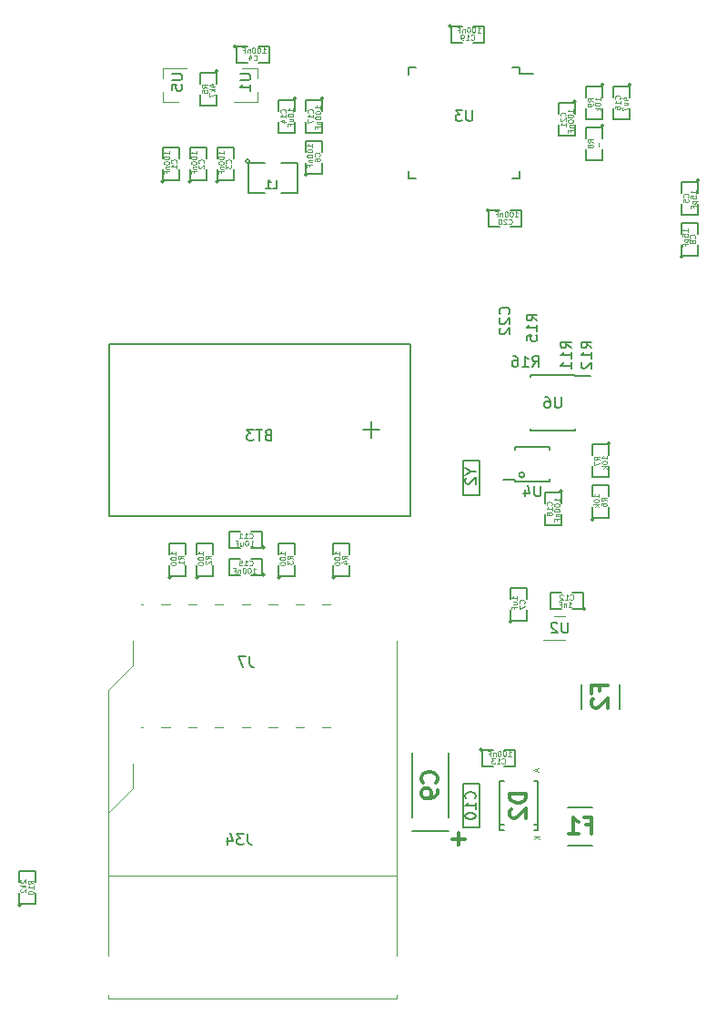
<source format=gbr>
%TF.GenerationSoftware,KiCad,Pcbnew,6.0.11+dfsg-1~bpo11+1*%
%TF.CreationDate,2023-05-24T21:30:18+00:00*%
%TF.ProjectId,DATALOGGER01A,44415441-4c4f-4474-9745-523031412e6b,rev?*%
%TF.SameCoordinates,Original*%
%TF.FileFunction,Legend,Bot*%
%TF.FilePolarity,Positive*%
%FSLAX46Y46*%
G04 Gerber Fmt 4.6, Leading zero omitted, Abs format (unit mm)*
G04 Created by KiCad (PCBNEW 6.0.11+dfsg-1~bpo11+1) date 2023-05-24 21:30:18*
%MOMM*%
%LPD*%
G01*
G04 APERTURE LIST*
%ADD10C,0.109220*%
%ADD11C,0.150000*%
%ADD12C,0.304800*%
%ADD13C,0.099060*%
%ADD14C,0.127000*%
%ADD15C,0.120000*%
G04 APERTURE END LIST*
D10*
%TO.C,C18*%
X64631207Y46359173D02*
X64655034Y46383001D01*
X64678862Y46454484D01*
X64678862Y46502139D01*
X64655034Y46573622D01*
X64607379Y46621277D01*
X64559724Y46645105D01*
X64464413Y46668932D01*
X64392930Y46668932D01*
X64297620Y46645105D01*
X64249965Y46621277D01*
X64202310Y46573622D01*
X64178482Y46502139D01*
X64178482Y46454484D01*
X64202310Y46383001D01*
X64226137Y46359173D01*
X64678862Y45882621D02*
X64678862Y46168552D01*
X64678862Y46025587D02*
X64178482Y46025587D01*
X64249965Y46073242D01*
X64297620Y46120897D01*
X64321448Y46168552D01*
X64392930Y45596690D02*
X64369103Y45644345D01*
X64345275Y45668172D01*
X64297620Y45692000D01*
X64273792Y45692000D01*
X64226137Y45668172D01*
X64202310Y45644345D01*
X64178482Y45596690D01*
X64178482Y45501379D01*
X64202310Y45453724D01*
X64226137Y45429896D01*
X64273792Y45406069D01*
X64297620Y45406069D01*
X64345275Y45429896D01*
X64369103Y45453724D01*
X64392930Y45501379D01*
X64392930Y45596690D01*
X64416758Y45644345D01*
X64440586Y45668172D01*
X64488241Y45692000D01*
X64583551Y45692000D01*
X64631207Y45668172D01*
X64655034Y45644345D01*
X64678862Y45596690D01*
X64678862Y45501379D01*
X64655034Y45453724D01*
X64631207Y45429896D01*
X64583551Y45406069D01*
X64488241Y45406069D01*
X64440586Y45429896D01*
X64416758Y45453724D01*
X64392930Y45501379D01*
X65377362Y46684898D02*
X65377362Y46970830D01*
X65377362Y46827864D02*
X64876982Y46827864D01*
X64948465Y46875519D01*
X64996120Y46923174D01*
X65019948Y46970830D01*
X64876982Y46375139D02*
X64876982Y46327484D01*
X64900810Y46279829D01*
X64924637Y46256001D01*
X64972292Y46232173D01*
X65067603Y46208346D01*
X65186741Y46208346D01*
X65282051Y46232173D01*
X65329707Y46256001D01*
X65353534Y46279829D01*
X65377362Y46327484D01*
X65377362Y46375139D01*
X65353534Y46422794D01*
X65329707Y46446622D01*
X65282051Y46470450D01*
X65186741Y46494277D01*
X65067603Y46494277D01*
X64972292Y46470450D01*
X64924637Y46446622D01*
X64900810Y46422794D01*
X64876982Y46375139D01*
X64876982Y45898587D02*
X64876982Y45850931D01*
X64900810Y45803276D01*
X64924637Y45779449D01*
X64972292Y45755621D01*
X65067603Y45731793D01*
X65186741Y45731793D01*
X65282051Y45755621D01*
X65329707Y45779449D01*
X65353534Y45803276D01*
X65377362Y45850931D01*
X65377362Y45898587D01*
X65353534Y45946242D01*
X65329707Y45970070D01*
X65282051Y45993897D01*
X65186741Y46017725D01*
X65067603Y46017725D01*
X64972292Y45993897D01*
X64924637Y45970070D01*
X64900810Y45946242D01*
X64876982Y45898587D01*
X65043775Y45517345D02*
X65377362Y45517345D01*
X65091430Y45517345D02*
X65067603Y45493517D01*
X65043775Y45445862D01*
X65043775Y45374379D01*
X65067603Y45326724D01*
X65115258Y45302896D01*
X65377362Y45302896D01*
X65115258Y44897827D02*
X65115258Y45064620D01*
X65377362Y45064620D02*
X64876982Y45064620D01*
X64876982Y44826344D01*
%TO.C,R1*%
X30388862Y41358397D02*
X30150586Y41525190D01*
X30388862Y41644329D02*
X29888482Y41644329D01*
X29888482Y41453708D01*
X29912310Y41406052D01*
X29936137Y41382225D01*
X29983792Y41358397D01*
X30055275Y41358397D01*
X30102930Y41382225D01*
X30126758Y41406052D01*
X30150586Y41453708D01*
X30150586Y41644329D01*
X30388862Y40881845D02*
X30388862Y41167776D01*
X30388862Y41024810D02*
X29888482Y41024810D01*
X29959965Y41072466D01*
X30007620Y41120121D01*
X30031448Y41167776D01*
X29690362Y41735587D02*
X29690362Y42021519D01*
X29690362Y41878553D02*
X29189982Y41878553D01*
X29261465Y41926208D01*
X29309120Y41973863D01*
X29332948Y42021519D01*
X29189982Y41425828D02*
X29189982Y41378173D01*
X29213810Y41330518D01*
X29237637Y41306690D01*
X29285292Y41282862D01*
X29380603Y41259035D01*
X29499741Y41259035D01*
X29595051Y41282862D01*
X29642707Y41306690D01*
X29666534Y41330518D01*
X29690362Y41378173D01*
X29690362Y41425828D01*
X29666534Y41473483D01*
X29642707Y41497311D01*
X29595051Y41521139D01*
X29499741Y41544966D01*
X29380603Y41544966D01*
X29285292Y41521139D01*
X29237637Y41497311D01*
X29213810Y41473483D01*
X29189982Y41425828D01*
X29189982Y40949276D02*
X29189982Y40901620D01*
X29213810Y40853965D01*
X29237637Y40830138D01*
X29285292Y40806310D01*
X29380603Y40782482D01*
X29499741Y40782482D01*
X29595051Y40806310D01*
X29642707Y40830138D01*
X29666534Y40853965D01*
X29690362Y40901620D01*
X29690362Y40949276D01*
X29666534Y40996931D01*
X29642707Y41020759D01*
X29595051Y41044586D01*
X29499741Y41068414D01*
X29380603Y41068414D01*
X29285292Y41044586D01*
X29237637Y41020759D01*
X29213810Y40996931D01*
X29189982Y40949276D01*
%TO.C,C7*%
X62091207Y37230897D02*
X62115034Y37254725D01*
X62138862Y37326208D01*
X62138862Y37373863D01*
X62115034Y37445346D01*
X62067379Y37493001D01*
X62019724Y37516829D01*
X61924413Y37540656D01*
X61852930Y37540656D01*
X61757620Y37516829D01*
X61709965Y37493001D01*
X61662310Y37445346D01*
X61638482Y37373863D01*
X61638482Y37326208D01*
X61662310Y37254725D01*
X61686137Y37230897D01*
X61638482Y37064104D02*
X61638482Y36730517D01*
X62138862Y36944966D01*
X61440362Y37572346D02*
X61440362Y37858277D01*
X61440362Y37715311D02*
X60939982Y37715311D01*
X61011465Y37762967D01*
X61059120Y37810622D01*
X61082948Y37858277D01*
X61106775Y37143449D02*
X61440362Y37143449D01*
X61106775Y37357897D02*
X61368879Y37357897D01*
X61416534Y37334070D01*
X61440362Y37286414D01*
X61440362Y37214931D01*
X61416534Y37167276D01*
X61392707Y37143449D01*
X61178258Y36738379D02*
X61178258Y36905172D01*
X61440362Y36905172D02*
X60939982Y36905172D01*
X60939982Y36666896D01*
%TO.C,R4*%
X45628862Y41358397D02*
X45390586Y41525190D01*
X45628862Y41644329D02*
X45128482Y41644329D01*
X45128482Y41453708D01*
X45152310Y41406052D01*
X45176137Y41382225D01*
X45223792Y41358397D01*
X45295275Y41358397D01*
X45342930Y41382225D01*
X45366758Y41406052D01*
X45390586Y41453708D01*
X45390586Y41644329D01*
X45295275Y40929500D02*
X45628862Y40929500D01*
X45104654Y41048638D02*
X45462069Y41167776D01*
X45462069Y40858017D01*
X44930362Y41735587D02*
X44930362Y42021519D01*
X44930362Y41878553D02*
X44429982Y41878553D01*
X44501465Y41926208D01*
X44549120Y41973863D01*
X44572948Y42021519D01*
X44429982Y41425828D02*
X44429982Y41378173D01*
X44453810Y41330518D01*
X44477637Y41306690D01*
X44525292Y41282862D01*
X44620603Y41259035D01*
X44739741Y41259035D01*
X44835051Y41282862D01*
X44882707Y41306690D01*
X44906534Y41330518D01*
X44930362Y41378173D01*
X44930362Y41425828D01*
X44906534Y41473483D01*
X44882707Y41497311D01*
X44835051Y41521139D01*
X44739741Y41544966D01*
X44620603Y41544966D01*
X44525292Y41521139D01*
X44477637Y41497311D01*
X44453810Y41473483D01*
X44429982Y41425828D01*
X44429982Y40949276D02*
X44429982Y40901620D01*
X44453810Y40853965D01*
X44477637Y40830138D01*
X44525292Y40806310D01*
X44620603Y40782482D01*
X44739741Y40782482D01*
X44835051Y40806310D01*
X44882707Y40830138D01*
X44906534Y40853965D01*
X44930362Y40901620D01*
X44930362Y40949276D01*
X44906534Y40996931D01*
X44882707Y41020759D01*
X44835051Y41044586D01*
X44739741Y41068414D01*
X44620603Y41068414D01*
X44525292Y41044586D01*
X44477637Y41020759D01*
X44453810Y40996931D01*
X44429982Y40949276D01*
%TO.C,C8*%
X77966207Y71203397D02*
X77990034Y71227225D01*
X78013862Y71298708D01*
X78013862Y71346363D01*
X77990034Y71417846D01*
X77942379Y71465501D01*
X77894724Y71489329D01*
X77799413Y71513156D01*
X77727930Y71513156D01*
X77632620Y71489329D01*
X77584965Y71465501D01*
X77537310Y71417846D01*
X77513482Y71346363D01*
X77513482Y71298708D01*
X77537310Y71227225D01*
X77561137Y71203397D01*
X77727930Y70917466D02*
X77704103Y70965121D01*
X77680275Y70988949D01*
X77632620Y71012776D01*
X77608792Y71012776D01*
X77561137Y70988949D01*
X77537310Y70965121D01*
X77513482Y70917466D01*
X77513482Y70822155D01*
X77537310Y70774500D01*
X77561137Y70750672D01*
X77608792Y70726845D01*
X77632620Y70726845D01*
X77680275Y70750672D01*
X77704103Y70774500D01*
X77727930Y70822155D01*
X77727930Y70917466D01*
X77751758Y70965121D01*
X77775586Y70988949D01*
X77823241Y71012776D01*
X77918551Y71012776D01*
X77966207Y70988949D01*
X77990034Y70965121D01*
X78013862Y70917466D01*
X78013862Y70822155D01*
X77990034Y70774500D01*
X77966207Y70750672D01*
X77918551Y70726845D01*
X77823241Y70726845D01*
X77775586Y70750672D01*
X77751758Y70774500D01*
X77727930Y70822155D01*
X77315362Y71783122D02*
X77315362Y72069053D01*
X77315362Y71926088D02*
X76814982Y71926088D01*
X76886465Y71973743D01*
X76934120Y72021398D01*
X76957948Y72069053D01*
X76814982Y71330397D02*
X76814982Y71568673D01*
X77053258Y71592501D01*
X77029430Y71568673D01*
X77005603Y71521018D01*
X77005603Y71401880D01*
X77029430Y71354225D01*
X77053258Y71330397D01*
X77100913Y71306570D01*
X77220051Y71306570D01*
X77267707Y71330397D01*
X77291534Y71354225D01*
X77315362Y71401880D01*
X77315362Y71521018D01*
X77291534Y71568673D01*
X77267707Y71592501D01*
X76981775Y71092121D02*
X77482155Y71092121D01*
X77005603Y71092121D02*
X76981775Y71044466D01*
X76981775Y70949155D01*
X77005603Y70901500D01*
X77029430Y70877672D01*
X77077086Y70853845D01*
X77220051Y70853845D01*
X77267707Y70877672D01*
X77291534Y70901500D01*
X77315362Y70949155D01*
X77315362Y71044466D01*
X77291534Y71092121D01*
X77053258Y70472603D02*
X77053258Y70639396D01*
X77315362Y70639396D02*
X76814982Y70639396D01*
X76814982Y70401120D01*
%TO.C,C5*%
X77331207Y75013397D02*
X77355034Y75037225D01*
X77378862Y75108708D01*
X77378862Y75156363D01*
X77355034Y75227846D01*
X77307379Y75275501D01*
X77259724Y75299329D01*
X77164413Y75323156D01*
X77092930Y75323156D01*
X76997620Y75299329D01*
X76949965Y75275501D01*
X76902310Y75227846D01*
X76878482Y75156363D01*
X76878482Y75108708D01*
X76902310Y75037225D01*
X76926137Y75013397D01*
X76878482Y74560672D02*
X76878482Y74798949D01*
X77116758Y74822776D01*
X77092930Y74798949D01*
X77069103Y74751293D01*
X77069103Y74632155D01*
X77092930Y74584500D01*
X77116758Y74560672D01*
X77164413Y74536845D01*
X77283551Y74536845D01*
X77331207Y74560672D01*
X77355034Y74584500D01*
X77378862Y74632155D01*
X77378862Y74751293D01*
X77355034Y74798949D01*
X77331207Y74822776D01*
X78077362Y75339122D02*
X78077362Y75625053D01*
X78077362Y75482088D02*
X77576982Y75482088D01*
X77648465Y75529743D01*
X77696120Y75577398D01*
X77719948Y75625053D01*
X77576982Y74886397D02*
X77576982Y75124673D01*
X77815258Y75148501D01*
X77791430Y75124673D01*
X77767603Y75077018D01*
X77767603Y74957880D01*
X77791430Y74910225D01*
X77815258Y74886397D01*
X77862913Y74862570D01*
X77982051Y74862570D01*
X78029707Y74886397D01*
X78053534Y74910225D01*
X78077362Y74957880D01*
X78077362Y75077018D01*
X78053534Y75124673D01*
X78029707Y75148501D01*
X77743775Y74648121D02*
X78244155Y74648121D01*
X77767603Y74648121D02*
X77743775Y74600466D01*
X77743775Y74505155D01*
X77767603Y74457500D01*
X77791430Y74433672D01*
X77839086Y74409845D01*
X77982051Y74409845D01*
X78029707Y74433672D01*
X78053534Y74457500D01*
X78077362Y74505155D01*
X78077362Y74600466D01*
X78053534Y74648121D01*
X77815258Y74028603D02*
X77815258Y74195396D01*
X78077362Y74195396D02*
X77576982Y74195396D01*
X77576982Y73957120D01*
%TO.C,C16*%
X70981207Y84141673D02*
X71005034Y84165501D01*
X71028862Y84236984D01*
X71028862Y84284639D01*
X71005034Y84356122D01*
X70957379Y84403777D01*
X70909724Y84427605D01*
X70814413Y84451432D01*
X70742930Y84451432D01*
X70647620Y84427605D01*
X70599965Y84403777D01*
X70552310Y84356122D01*
X70528482Y84284639D01*
X70528482Y84236984D01*
X70552310Y84165501D01*
X70576137Y84141673D01*
X71028862Y83665121D02*
X71028862Y83951052D01*
X71028862Y83808087D02*
X70528482Y83808087D01*
X70599965Y83855742D01*
X70647620Y83903397D01*
X70671448Y83951052D01*
X70528482Y83236224D02*
X70528482Y83331534D01*
X70552310Y83379190D01*
X70576137Y83403017D01*
X70647620Y83450672D01*
X70742930Y83474500D01*
X70933551Y83474500D01*
X70981207Y83450672D01*
X71005034Y83426845D01*
X71028862Y83379190D01*
X71028862Y83283879D01*
X71005034Y83236224D01*
X70981207Y83212396D01*
X70933551Y83188569D01*
X70814413Y83188569D01*
X70766758Y83212396D01*
X70742930Y83236224D01*
X70719103Y83283879D01*
X70719103Y83379190D01*
X70742930Y83426845D01*
X70766758Y83450672D01*
X70814413Y83474500D01*
X71393775Y84062329D02*
X71727362Y84062329D01*
X71203154Y84181467D02*
X71560569Y84300605D01*
X71560569Y83990846D01*
X71393775Y83585776D02*
X71727362Y83585776D01*
X71393775Y83800225D02*
X71655879Y83800225D01*
X71703534Y83776397D01*
X71727362Y83728742D01*
X71727362Y83657259D01*
X71703534Y83609604D01*
X71679707Y83585776D01*
X71226982Y83395155D02*
X71226982Y83061569D01*
X71727362Y83276017D01*
%TO.C,C17*%
X42406207Y82871673D02*
X42430034Y82895501D01*
X42453862Y82966984D01*
X42453862Y83014639D01*
X42430034Y83086122D01*
X42382379Y83133777D01*
X42334724Y83157605D01*
X42239413Y83181432D01*
X42167930Y83181432D01*
X42072620Y83157605D01*
X42024965Y83133777D01*
X41977310Y83086122D01*
X41953482Y83014639D01*
X41953482Y82966984D01*
X41977310Y82895501D01*
X42001137Y82871673D01*
X42453862Y82395121D02*
X42453862Y82681052D01*
X42453862Y82538087D02*
X41953482Y82538087D01*
X42024965Y82585742D01*
X42072620Y82633397D01*
X42096448Y82681052D01*
X41953482Y82228328D02*
X41953482Y81894741D01*
X42453862Y82109190D01*
X43152362Y83197398D02*
X43152362Y83483330D01*
X43152362Y83340364D02*
X42651982Y83340364D01*
X42723465Y83388019D01*
X42771120Y83435674D01*
X42794948Y83483330D01*
X42651982Y82887639D02*
X42651982Y82839984D01*
X42675810Y82792329D01*
X42699637Y82768501D01*
X42747292Y82744673D01*
X42842603Y82720846D01*
X42961741Y82720846D01*
X43057051Y82744673D01*
X43104707Y82768501D01*
X43128534Y82792329D01*
X43152362Y82839984D01*
X43152362Y82887639D01*
X43128534Y82935294D01*
X43104707Y82959122D01*
X43057051Y82982950D01*
X42961741Y83006777D01*
X42842603Y83006777D01*
X42747292Y82982950D01*
X42699637Y82959122D01*
X42675810Y82935294D01*
X42651982Y82887639D01*
X42651982Y82411087D02*
X42651982Y82363431D01*
X42675810Y82315776D01*
X42699637Y82291949D01*
X42747292Y82268121D01*
X42842603Y82244293D01*
X42961741Y82244293D01*
X43057051Y82268121D01*
X43104707Y82291949D01*
X43128534Y82315776D01*
X43152362Y82363431D01*
X43152362Y82411087D01*
X43128534Y82458742D01*
X43104707Y82482570D01*
X43057051Y82506397D01*
X42961741Y82530225D01*
X42842603Y82530225D01*
X42747292Y82506397D01*
X42699637Y82482570D01*
X42675810Y82458742D01*
X42651982Y82411087D01*
X42818775Y82029845D02*
X43152362Y82029845D01*
X42866430Y82029845D02*
X42842603Y82006017D01*
X42818775Y81958362D01*
X42818775Y81886879D01*
X42842603Y81839224D01*
X42890258Y81815396D01*
X43152362Y81815396D01*
X42890258Y81410327D02*
X42890258Y81577120D01*
X43152362Y81577120D02*
X42651982Y81577120D01*
X42651982Y81338844D01*
%TO.C,R8*%
X68488862Y80093397D02*
X68250586Y80260190D01*
X68488862Y80379329D02*
X67988482Y80379329D01*
X67988482Y80188708D01*
X68012310Y80141052D01*
X68036137Y80117225D01*
X68083792Y80093397D01*
X68155275Y80093397D01*
X68202930Y80117225D01*
X68226758Y80141052D01*
X68250586Y80188708D01*
X68250586Y80379329D01*
X68202930Y79807466D02*
X68179103Y79855121D01*
X68155275Y79878949D01*
X68107620Y79902776D01*
X68083792Y79902776D01*
X68036137Y79878949D01*
X68012310Y79855121D01*
X67988482Y79807466D01*
X67988482Y79712155D01*
X68012310Y79664500D01*
X68036137Y79640672D01*
X68083792Y79616845D01*
X68107620Y79616845D01*
X68155275Y79640672D01*
X68179103Y79664500D01*
X68202930Y79712155D01*
X68202930Y79807466D01*
X68226758Y79855121D01*
X68250586Y79878949D01*
X68298241Y79902776D01*
X68393551Y79902776D01*
X68441207Y79878949D01*
X68465034Y79855121D01*
X68488862Y79807466D01*
X68488862Y79712155D01*
X68465034Y79664500D01*
X68441207Y79640672D01*
X68393551Y79616845D01*
X68298241Y79616845D01*
X68250586Y79640672D01*
X68226758Y79664500D01*
X68202930Y79712155D01*
X68996741Y80073621D02*
X68996741Y79692380D01*
%TO.C,R9*%
X68488862Y83903397D02*
X68250586Y84070190D01*
X68488862Y84189329D02*
X67988482Y84189329D01*
X67988482Y83998708D01*
X68012310Y83951052D01*
X68036137Y83927225D01*
X68083792Y83903397D01*
X68155275Y83903397D01*
X68202930Y83927225D01*
X68226758Y83951052D01*
X68250586Y83998708D01*
X68250586Y84189329D01*
X68488862Y83665121D02*
X68488862Y83569810D01*
X68465034Y83522155D01*
X68441207Y83498328D01*
X68369724Y83450672D01*
X68274413Y83426845D01*
X68083792Y83426845D01*
X68036137Y83450672D01*
X68012310Y83474500D01*
X67988482Y83522155D01*
X67988482Y83617466D01*
X68012310Y83665121D01*
X68036137Y83688949D01*
X68083792Y83712776D01*
X68202930Y83712776D01*
X68250586Y83688949D01*
X68274413Y83665121D01*
X68298241Y83617466D01*
X68298241Y83522155D01*
X68274413Y83474500D01*
X68250586Y83450672D01*
X68202930Y83426845D01*
X69187362Y83990846D02*
X69187362Y84276777D01*
X69187362Y84133811D02*
X68686982Y84133811D01*
X68758465Y84181467D01*
X68806120Y84229122D01*
X68829948Y84276777D01*
X68686982Y83681087D02*
X68686982Y83633431D01*
X68710810Y83585776D01*
X68734637Y83561949D01*
X68782292Y83538121D01*
X68877603Y83514293D01*
X68996741Y83514293D01*
X69092051Y83538121D01*
X69139707Y83561949D01*
X69163534Y83585776D01*
X69187362Y83633431D01*
X69187362Y83681087D01*
X69163534Y83728742D01*
X69139707Y83752570D01*
X69092051Y83776397D01*
X68996741Y83800225D01*
X68877603Y83800225D01*
X68782292Y83776397D01*
X68734637Y83752570D01*
X68710810Y83728742D01*
X68686982Y83681087D01*
X69187362Y83299845D02*
X68686982Y83299845D01*
X68996741Y83252190D02*
X69187362Y83109224D01*
X68853775Y83109224D02*
X69044396Y83299845D01*
D11*
%TO.C,U4*%
X63626904Y48162620D02*
X63626904Y47353096D01*
X63579285Y47257858D01*
X63531666Y47210239D01*
X63436428Y47162620D01*
X63245952Y47162620D01*
X63150714Y47210239D01*
X63103095Y47257858D01*
X63055476Y47353096D01*
X63055476Y48162620D01*
X62150714Y47829286D02*
X62150714Y47162620D01*
X62388809Y48210239D02*
X62626904Y47495953D01*
X62007857Y47495953D01*
D10*
%TO.C,C1*%
X29706207Y78188397D02*
X29730034Y78212225D01*
X29753862Y78283708D01*
X29753862Y78331363D01*
X29730034Y78402846D01*
X29682379Y78450501D01*
X29634724Y78474329D01*
X29539413Y78498156D01*
X29467930Y78498156D01*
X29372620Y78474329D01*
X29324965Y78450501D01*
X29277310Y78402846D01*
X29253482Y78331363D01*
X29253482Y78283708D01*
X29277310Y78212225D01*
X29301137Y78188397D01*
X29753862Y77711845D02*
X29753862Y77997776D01*
X29753862Y77854810D02*
X29253482Y77854810D01*
X29324965Y77902466D01*
X29372620Y77950121D01*
X29396448Y77997776D01*
X29055362Y79006398D02*
X29055362Y79292330D01*
X29055362Y79149364D02*
X28554982Y79149364D01*
X28626465Y79197019D01*
X28674120Y79244674D01*
X28697948Y79292330D01*
X28554982Y78696639D02*
X28554982Y78648984D01*
X28578810Y78601329D01*
X28602637Y78577501D01*
X28650292Y78553673D01*
X28745603Y78529846D01*
X28864741Y78529846D01*
X28960051Y78553673D01*
X29007707Y78577501D01*
X29031534Y78601329D01*
X29055362Y78648984D01*
X29055362Y78696639D01*
X29031534Y78744294D01*
X29007707Y78768122D01*
X28960051Y78791950D01*
X28864741Y78815777D01*
X28745603Y78815777D01*
X28650292Y78791950D01*
X28602637Y78768122D01*
X28578810Y78744294D01*
X28554982Y78696639D01*
X28554982Y78220087D02*
X28554982Y78172431D01*
X28578810Y78124776D01*
X28602637Y78100949D01*
X28650292Y78077121D01*
X28745603Y78053293D01*
X28864741Y78053293D01*
X28960051Y78077121D01*
X29007707Y78100949D01*
X29031534Y78124776D01*
X29055362Y78172431D01*
X29055362Y78220087D01*
X29031534Y78267742D01*
X29007707Y78291570D01*
X28960051Y78315397D01*
X28864741Y78339225D01*
X28745603Y78339225D01*
X28650292Y78315397D01*
X28602637Y78291570D01*
X28578810Y78267742D01*
X28554982Y78220087D01*
X28721775Y77838845D02*
X29055362Y77838845D01*
X28769430Y77838845D02*
X28745603Y77815017D01*
X28721775Y77767362D01*
X28721775Y77695879D01*
X28745603Y77648224D01*
X28793258Y77624396D01*
X29055362Y77624396D01*
X28793258Y77219327D02*
X28793258Y77386120D01*
X29055362Y77386120D02*
X28554982Y77386120D01*
X28554982Y77147844D01*
%TO.C,C2*%
X32246207Y78188397D02*
X32270034Y78212225D01*
X32293862Y78283708D01*
X32293862Y78331363D01*
X32270034Y78402846D01*
X32222379Y78450501D01*
X32174724Y78474329D01*
X32079413Y78498156D01*
X32007930Y78498156D01*
X31912620Y78474329D01*
X31864965Y78450501D01*
X31817310Y78402846D01*
X31793482Y78331363D01*
X31793482Y78283708D01*
X31817310Y78212225D01*
X31841137Y78188397D01*
X31841137Y77997776D02*
X31817310Y77973949D01*
X31793482Y77926293D01*
X31793482Y77807155D01*
X31817310Y77759500D01*
X31841137Y77735672D01*
X31888792Y77711845D01*
X31936448Y77711845D01*
X32007930Y77735672D01*
X32293862Y78021604D01*
X32293862Y77711845D01*
X31595362Y79006398D02*
X31595362Y79292330D01*
X31595362Y79149364D02*
X31094982Y79149364D01*
X31166465Y79197019D01*
X31214120Y79244674D01*
X31237948Y79292330D01*
X31094982Y78696639D02*
X31094982Y78648984D01*
X31118810Y78601329D01*
X31142637Y78577501D01*
X31190292Y78553673D01*
X31285603Y78529846D01*
X31404741Y78529846D01*
X31500051Y78553673D01*
X31547707Y78577501D01*
X31571534Y78601329D01*
X31595362Y78648984D01*
X31595362Y78696639D01*
X31571534Y78744294D01*
X31547707Y78768122D01*
X31500051Y78791950D01*
X31404741Y78815777D01*
X31285603Y78815777D01*
X31190292Y78791950D01*
X31142637Y78768122D01*
X31118810Y78744294D01*
X31094982Y78696639D01*
X31094982Y78220087D02*
X31094982Y78172431D01*
X31118810Y78124776D01*
X31142637Y78100949D01*
X31190292Y78077121D01*
X31285603Y78053293D01*
X31404741Y78053293D01*
X31500051Y78077121D01*
X31547707Y78100949D01*
X31571534Y78124776D01*
X31595362Y78172431D01*
X31595362Y78220087D01*
X31571534Y78267742D01*
X31547707Y78291570D01*
X31500051Y78315397D01*
X31404741Y78339225D01*
X31285603Y78339225D01*
X31190292Y78315397D01*
X31142637Y78291570D01*
X31118810Y78267742D01*
X31094982Y78220087D01*
X31261775Y77838845D02*
X31595362Y77838845D01*
X31309430Y77838845D02*
X31285603Y77815017D01*
X31261775Y77767362D01*
X31261775Y77695879D01*
X31285603Y77648224D01*
X31333258Y77624396D01*
X31595362Y77624396D01*
X31333258Y77219327D02*
X31333258Y77386120D01*
X31595362Y77386120D02*
X31094982Y77386120D01*
X31094982Y77147844D01*
%TO.C,C3*%
X34786207Y78188397D02*
X34810034Y78212225D01*
X34833862Y78283708D01*
X34833862Y78331363D01*
X34810034Y78402846D01*
X34762379Y78450501D01*
X34714724Y78474329D01*
X34619413Y78498156D01*
X34547930Y78498156D01*
X34452620Y78474329D01*
X34404965Y78450501D01*
X34357310Y78402846D01*
X34333482Y78331363D01*
X34333482Y78283708D01*
X34357310Y78212225D01*
X34381137Y78188397D01*
X34333482Y78021604D02*
X34333482Y77711845D01*
X34524103Y77878638D01*
X34524103Y77807155D01*
X34547930Y77759500D01*
X34571758Y77735672D01*
X34619413Y77711845D01*
X34738551Y77711845D01*
X34786207Y77735672D01*
X34810034Y77759500D01*
X34833862Y77807155D01*
X34833862Y77950121D01*
X34810034Y77997776D01*
X34786207Y78021604D01*
X34135362Y79006398D02*
X34135362Y79292330D01*
X34135362Y79149364D02*
X33634982Y79149364D01*
X33706465Y79197019D01*
X33754120Y79244674D01*
X33777948Y79292330D01*
X33634982Y78696639D02*
X33634982Y78648984D01*
X33658810Y78601329D01*
X33682637Y78577501D01*
X33730292Y78553673D01*
X33825603Y78529846D01*
X33944741Y78529846D01*
X34040051Y78553673D01*
X34087707Y78577501D01*
X34111534Y78601329D01*
X34135362Y78648984D01*
X34135362Y78696639D01*
X34111534Y78744294D01*
X34087707Y78768122D01*
X34040051Y78791950D01*
X33944741Y78815777D01*
X33825603Y78815777D01*
X33730292Y78791950D01*
X33682637Y78768122D01*
X33658810Y78744294D01*
X33634982Y78696639D01*
X33634982Y78220087D02*
X33634982Y78172431D01*
X33658810Y78124776D01*
X33682637Y78100949D01*
X33730292Y78077121D01*
X33825603Y78053293D01*
X33944741Y78053293D01*
X34040051Y78077121D01*
X34087707Y78100949D01*
X34111534Y78124776D01*
X34135362Y78172431D01*
X34135362Y78220087D01*
X34111534Y78267742D01*
X34087707Y78291570D01*
X34040051Y78315397D01*
X33944741Y78339225D01*
X33825603Y78339225D01*
X33730292Y78315397D01*
X33682637Y78291570D01*
X33658810Y78267742D01*
X33634982Y78220087D01*
X33801775Y77838845D02*
X34135362Y77838845D01*
X33849430Y77838845D02*
X33825603Y77815017D01*
X33801775Y77767362D01*
X33801775Y77695879D01*
X33825603Y77648224D01*
X33873258Y77624396D01*
X34135362Y77624396D01*
X33873258Y77219327D02*
X33873258Y77386120D01*
X34135362Y77386120D02*
X33634982Y77386120D01*
X33634982Y77147844D01*
%TO.C,C4*%
X36913396Y87768793D02*
X36937224Y87744966D01*
X37008707Y87721138D01*
X37056362Y87721138D01*
X37127845Y87744966D01*
X37175500Y87792621D01*
X37199328Y87840276D01*
X37223155Y87935587D01*
X37223155Y88007070D01*
X37199328Y88102380D01*
X37175500Y88150035D01*
X37127845Y88197690D01*
X37056362Y88221518D01*
X37008707Y88221518D01*
X36937224Y88197690D01*
X36913396Y88173863D01*
X36484499Y88054725D02*
X36484499Y87721138D01*
X36603637Y88245346D02*
X36722775Y87887931D01*
X36413016Y87887931D01*
X37731397Y88419638D02*
X38017329Y88419638D01*
X37874363Y88419638D02*
X37874363Y88920018D01*
X37922018Y88848535D01*
X37969673Y88800880D01*
X38017329Y88777052D01*
X37421638Y88920018D02*
X37373983Y88920018D01*
X37326328Y88896190D01*
X37302500Y88872363D01*
X37278672Y88824708D01*
X37254845Y88729397D01*
X37254845Y88610259D01*
X37278672Y88514949D01*
X37302500Y88467293D01*
X37326328Y88443466D01*
X37373983Y88419638D01*
X37421638Y88419638D01*
X37469293Y88443466D01*
X37493121Y88467293D01*
X37516949Y88514949D01*
X37540776Y88610259D01*
X37540776Y88729397D01*
X37516949Y88824708D01*
X37493121Y88872363D01*
X37469293Y88896190D01*
X37421638Y88920018D01*
X36945086Y88920018D02*
X36897430Y88920018D01*
X36849775Y88896190D01*
X36825948Y88872363D01*
X36802120Y88824708D01*
X36778292Y88729397D01*
X36778292Y88610259D01*
X36802120Y88514949D01*
X36825948Y88467293D01*
X36849775Y88443466D01*
X36897430Y88419638D01*
X36945086Y88419638D01*
X36992741Y88443466D01*
X37016569Y88467293D01*
X37040396Y88514949D01*
X37064224Y88610259D01*
X37064224Y88729397D01*
X37040396Y88824708D01*
X37016569Y88872363D01*
X36992741Y88896190D01*
X36945086Y88920018D01*
X36563844Y88753225D02*
X36563844Y88419638D01*
X36563844Y88705570D02*
X36540016Y88729397D01*
X36492361Y88753225D01*
X36420878Y88753225D01*
X36373223Y88729397D01*
X36349395Y88681742D01*
X36349395Y88419638D01*
X35944326Y88681742D02*
X36111119Y88681742D01*
X36111119Y88419638D02*
X36111119Y88920018D01*
X35872843Y88920018D01*
%TO.C,C6*%
X43041207Y78823397D02*
X43065034Y78847225D01*
X43088862Y78918708D01*
X43088862Y78966363D01*
X43065034Y79037846D01*
X43017379Y79085501D01*
X42969724Y79109329D01*
X42874413Y79133156D01*
X42802930Y79133156D01*
X42707620Y79109329D01*
X42659965Y79085501D01*
X42612310Y79037846D01*
X42588482Y78966363D01*
X42588482Y78918708D01*
X42612310Y78847225D01*
X42636137Y78823397D01*
X42588482Y78394500D02*
X42588482Y78489810D01*
X42612310Y78537466D01*
X42636137Y78561293D01*
X42707620Y78608949D01*
X42802930Y78632776D01*
X42993551Y78632776D01*
X43041207Y78608949D01*
X43065034Y78585121D01*
X43088862Y78537466D01*
X43088862Y78442155D01*
X43065034Y78394500D01*
X43041207Y78370672D01*
X42993551Y78346845D01*
X42874413Y78346845D01*
X42826758Y78370672D01*
X42802930Y78394500D01*
X42779103Y78442155D01*
X42779103Y78537466D01*
X42802930Y78585121D01*
X42826758Y78608949D01*
X42874413Y78632776D01*
X42390362Y79641398D02*
X42390362Y79927330D01*
X42390362Y79784364D02*
X41889982Y79784364D01*
X41961465Y79832019D01*
X42009120Y79879674D01*
X42032948Y79927330D01*
X41889982Y79331639D02*
X41889982Y79283984D01*
X41913810Y79236329D01*
X41937637Y79212501D01*
X41985292Y79188673D01*
X42080603Y79164846D01*
X42199741Y79164846D01*
X42295051Y79188673D01*
X42342707Y79212501D01*
X42366534Y79236329D01*
X42390362Y79283984D01*
X42390362Y79331639D01*
X42366534Y79379294D01*
X42342707Y79403122D01*
X42295051Y79426950D01*
X42199741Y79450777D01*
X42080603Y79450777D01*
X41985292Y79426950D01*
X41937637Y79403122D01*
X41913810Y79379294D01*
X41889982Y79331639D01*
X41889982Y78855087D02*
X41889982Y78807431D01*
X41913810Y78759776D01*
X41937637Y78735949D01*
X41985292Y78712121D01*
X42080603Y78688293D01*
X42199741Y78688293D01*
X42295051Y78712121D01*
X42342707Y78735949D01*
X42366534Y78759776D01*
X42390362Y78807431D01*
X42390362Y78855087D01*
X42366534Y78902742D01*
X42342707Y78926570D01*
X42295051Y78950397D01*
X42199741Y78974225D01*
X42080603Y78974225D01*
X41985292Y78950397D01*
X41937637Y78926570D01*
X41913810Y78902742D01*
X41889982Y78855087D01*
X42056775Y78473845D02*
X42390362Y78473845D01*
X42104430Y78473845D02*
X42080603Y78450017D01*
X42056775Y78402362D01*
X42056775Y78330879D01*
X42080603Y78283224D01*
X42128258Y78259396D01*
X42390362Y78259396D01*
X42128258Y77854327D02*
X42128258Y78021120D01*
X42390362Y78021120D02*
X41889982Y78021120D01*
X41889982Y77782844D01*
D12*
%TO.C,C9*%
X53884285Y20574000D02*
X53956857Y20646572D01*
X54029428Y20864286D01*
X54029428Y21009429D01*
X53956857Y21227143D01*
X53811714Y21372286D01*
X53666571Y21444858D01*
X53376285Y21517429D01*
X53158571Y21517429D01*
X52868285Y21444858D01*
X52723142Y21372286D01*
X52578000Y21227143D01*
X52505428Y21009429D01*
X52505428Y20864286D01*
X52578000Y20646572D01*
X52650571Y20574000D01*
X54029428Y19848286D02*
X54029428Y19558000D01*
X53956857Y19412858D01*
X53884285Y19340286D01*
X53666571Y19195143D01*
X53376285Y19122572D01*
X52795714Y19122572D01*
X52650571Y19195143D01*
X52578000Y19267715D01*
X52505428Y19412858D01*
X52505428Y19703143D01*
X52578000Y19848286D01*
X52650571Y19920858D01*
X52795714Y19993429D01*
X53158571Y19993429D01*
X53303714Y19920858D01*
X53376285Y19848286D01*
X53448857Y19703143D01*
X53448857Y19412858D01*
X53376285Y19267715D01*
X53303714Y19195143D01*
X53158571Y19122572D01*
X55999017Y15901852D02*
X55999017Y14740709D01*
X56579588Y15321280D02*
X55418445Y15321280D01*
D11*
%TO.C,C10*%
X57507142Y19057858D02*
X57554761Y19105477D01*
X57602380Y19248334D01*
X57602380Y19343572D01*
X57554761Y19486429D01*
X57459523Y19581667D01*
X57364285Y19629286D01*
X57173809Y19676905D01*
X57030952Y19676905D01*
X56840476Y19629286D01*
X56745238Y19581667D01*
X56650000Y19486429D01*
X56602380Y19343572D01*
X56602380Y19248334D01*
X56650000Y19105477D01*
X56697619Y19057858D01*
X57602380Y18105477D02*
X57602380Y18676905D01*
X57602380Y18391191D02*
X56602380Y18391191D01*
X56745238Y18486429D01*
X56840476Y18581667D01*
X56888095Y18676905D01*
X56602380Y17486429D02*
X56602380Y17391191D01*
X56650000Y17295953D01*
X56697619Y17248334D01*
X56792857Y17200715D01*
X56983333Y17153096D01*
X57221428Y17153096D01*
X57411904Y17200715D01*
X57507142Y17248334D01*
X57554761Y17295953D01*
X57602380Y17391191D01*
X57602380Y17486429D01*
X57554761Y17581667D01*
X57507142Y17629286D01*
X57411904Y17676905D01*
X57221428Y17724524D01*
X56983333Y17724524D01*
X56792857Y17676905D01*
X56697619Y17629286D01*
X56650000Y17581667D01*
X56602380Y17486429D01*
D10*
%TO.C,C11*%
X36516672Y43318793D02*
X36540500Y43294966D01*
X36611983Y43271138D01*
X36659638Y43271138D01*
X36731121Y43294966D01*
X36778776Y43342621D01*
X36802604Y43390276D01*
X36826431Y43485587D01*
X36826431Y43557070D01*
X36802604Y43652380D01*
X36778776Y43700035D01*
X36731121Y43747690D01*
X36659638Y43771518D01*
X36611983Y43771518D01*
X36540500Y43747690D01*
X36516672Y43723863D01*
X36040120Y43271138D02*
X36326051Y43271138D01*
X36183086Y43271138D02*
X36183086Y43771518D01*
X36230741Y43700035D01*
X36278396Y43652380D01*
X36326051Y43628552D01*
X35563568Y43271138D02*
X35849499Y43271138D01*
X35706533Y43271138D02*
X35706533Y43771518D01*
X35754189Y43700035D01*
X35801844Y43652380D01*
X35849499Y43628552D01*
X36604121Y42572638D02*
X36890052Y42572638D01*
X36747087Y42572638D02*
X36747087Y43073018D01*
X36794742Y43001535D01*
X36842397Y42953880D01*
X36890052Y42930052D01*
X36294362Y43073018D02*
X36246707Y43073018D01*
X36199051Y43049190D01*
X36175224Y43025363D01*
X36151396Y42977708D01*
X36127569Y42882397D01*
X36127569Y42763259D01*
X36151396Y42667949D01*
X36175224Y42620293D01*
X36199051Y42596466D01*
X36246707Y42572638D01*
X36294362Y42572638D01*
X36342017Y42596466D01*
X36365845Y42620293D01*
X36389672Y42667949D01*
X36413500Y42763259D01*
X36413500Y42882397D01*
X36389672Y42977708D01*
X36365845Y43025363D01*
X36342017Y43049190D01*
X36294362Y43073018D01*
X35698671Y42906225D02*
X35698671Y42572638D01*
X35913120Y42906225D02*
X35913120Y42644121D01*
X35889292Y42596466D01*
X35841637Y42572638D01*
X35770154Y42572638D01*
X35722499Y42596466D01*
X35698671Y42620293D01*
X35293602Y42834742D02*
X35460395Y42834742D01*
X35460395Y42572638D02*
X35460395Y43073018D01*
X35222119Y43073018D01*
%TO.C,C12*%
X66361672Y37603793D02*
X66385500Y37579966D01*
X66456983Y37556138D01*
X66504638Y37556138D01*
X66576121Y37579966D01*
X66623776Y37627621D01*
X66647604Y37675276D01*
X66671431Y37770587D01*
X66671431Y37842070D01*
X66647604Y37937380D01*
X66623776Y37985035D01*
X66576121Y38032690D01*
X66504638Y38056518D01*
X66456983Y38056518D01*
X66385500Y38032690D01*
X66361672Y38008863D01*
X65885120Y37556138D02*
X66171051Y37556138D01*
X66028086Y37556138D02*
X66028086Y38056518D01*
X66075741Y37985035D01*
X66123396Y37937380D01*
X66171051Y37913552D01*
X65694499Y38008863D02*
X65670671Y38032690D01*
X65623016Y38056518D01*
X65503878Y38056518D01*
X65456223Y38032690D01*
X65432395Y38008863D01*
X65408568Y37961208D01*
X65408568Y37913552D01*
X65432395Y37842070D01*
X65718327Y37556138D01*
X65408568Y37556138D01*
X66210845Y36857638D02*
X66496776Y36857638D01*
X66353810Y36857638D02*
X66353810Y37358018D01*
X66401466Y37286535D01*
X66449121Y37238880D01*
X66496776Y37215052D01*
X65996396Y37191225D02*
X65996396Y36857638D01*
X65996396Y37143570D02*
X65972569Y37167397D01*
X65924913Y37191225D01*
X65853430Y37191225D01*
X65805775Y37167397D01*
X65781948Y37119742D01*
X65781948Y36857638D01*
X65376878Y37119742D02*
X65543671Y37119742D01*
X65543671Y36857638D02*
X65543671Y37358018D01*
X65305395Y37358018D01*
%TO.C,C13*%
X60011672Y22363793D02*
X60035500Y22339966D01*
X60106983Y22316138D01*
X60154638Y22316138D01*
X60226121Y22339966D01*
X60273776Y22387621D01*
X60297604Y22435276D01*
X60321431Y22530587D01*
X60321431Y22602070D01*
X60297604Y22697380D01*
X60273776Y22745035D01*
X60226121Y22792690D01*
X60154638Y22816518D01*
X60106983Y22816518D01*
X60035500Y22792690D01*
X60011672Y22768863D01*
X59535120Y22316138D02*
X59821051Y22316138D01*
X59678086Y22316138D02*
X59678086Y22816518D01*
X59725741Y22745035D01*
X59773396Y22697380D01*
X59821051Y22673552D01*
X59368327Y22816518D02*
X59058568Y22816518D01*
X59225361Y22625897D01*
X59153878Y22625897D01*
X59106223Y22602070D01*
X59082395Y22578242D01*
X59058568Y22530587D01*
X59058568Y22411449D01*
X59082395Y22363793D01*
X59106223Y22339966D01*
X59153878Y22316138D01*
X59296844Y22316138D01*
X59344499Y22339966D01*
X59368327Y22363793D01*
X60591397Y23014638D02*
X60877329Y23014638D01*
X60734363Y23014638D02*
X60734363Y23515018D01*
X60782018Y23443535D01*
X60829673Y23395880D01*
X60877329Y23372052D01*
X60281638Y23515018D02*
X60233983Y23515018D01*
X60186328Y23491190D01*
X60162500Y23467363D01*
X60138672Y23419708D01*
X60114845Y23324397D01*
X60114845Y23205259D01*
X60138672Y23109949D01*
X60162500Y23062293D01*
X60186328Y23038466D01*
X60233983Y23014638D01*
X60281638Y23014638D01*
X60329293Y23038466D01*
X60353121Y23062293D01*
X60376949Y23109949D01*
X60400776Y23205259D01*
X60400776Y23324397D01*
X60376949Y23419708D01*
X60353121Y23467363D01*
X60329293Y23491190D01*
X60281638Y23515018D01*
X59805086Y23515018D02*
X59757430Y23515018D01*
X59709775Y23491190D01*
X59685948Y23467363D01*
X59662120Y23419708D01*
X59638292Y23324397D01*
X59638292Y23205259D01*
X59662120Y23109949D01*
X59685948Y23062293D01*
X59709775Y23038466D01*
X59757430Y23014638D01*
X59805086Y23014638D01*
X59852741Y23038466D01*
X59876569Y23062293D01*
X59900396Y23109949D01*
X59924224Y23205259D01*
X59924224Y23324397D01*
X59900396Y23419708D01*
X59876569Y23467363D01*
X59852741Y23491190D01*
X59805086Y23515018D01*
X59423844Y23348225D02*
X59423844Y23014638D01*
X59423844Y23300570D02*
X59400016Y23324397D01*
X59352361Y23348225D01*
X59280878Y23348225D01*
X59233223Y23324397D01*
X59209395Y23276742D01*
X59209395Y23014638D01*
X58804326Y23276742D02*
X58971119Y23276742D01*
X58971119Y23014638D02*
X58971119Y23515018D01*
X58732843Y23515018D01*
%TO.C,C14*%
X39866207Y82871673D02*
X39890034Y82895501D01*
X39913862Y82966984D01*
X39913862Y83014639D01*
X39890034Y83086122D01*
X39842379Y83133777D01*
X39794724Y83157605D01*
X39699413Y83181432D01*
X39627930Y83181432D01*
X39532620Y83157605D01*
X39484965Y83133777D01*
X39437310Y83086122D01*
X39413482Y83014639D01*
X39413482Y82966984D01*
X39437310Y82895501D01*
X39461137Y82871673D01*
X39913862Y82395121D02*
X39913862Y82681052D01*
X39913862Y82538087D02*
X39413482Y82538087D01*
X39484965Y82585742D01*
X39532620Y82633397D01*
X39556448Y82681052D01*
X39580275Y81966224D02*
X39913862Y81966224D01*
X39389654Y82085362D02*
X39747069Y82204500D01*
X39747069Y81894741D01*
X40612362Y82959122D02*
X40612362Y83245053D01*
X40612362Y83102088D02*
X40111982Y83102088D01*
X40183465Y83149743D01*
X40231120Y83197398D01*
X40254948Y83245053D01*
X40111982Y82649363D02*
X40111982Y82601708D01*
X40135810Y82554052D01*
X40159637Y82530225D01*
X40207292Y82506397D01*
X40302603Y82482570D01*
X40421741Y82482570D01*
X40517051Y82506397D01*
X40564707Y82530225D01*
X40588534Y82554052D01*
X40612362Y82601708D01*
X40612362Y82649363D01*
X40588534Y82697018D01*
X40564707Y82720846D01*
X40517051Y82744673D01*
X40421741Y82768501D01*
X40302603Y82768501D01*
X40207292Y82744673D01*
X40159637Y82720846D01*
X40135810Y82697018D01*
X40111982Y82649363D01*
X40278775Y82053672D02*
X40612362Y82053672D01*
X40278775Y82268121D02*
X40540879Y82268121D01*
X40588534Y82244293D01*
X40612362Y82196638D01*
X40612362Y82125155D01*
X40588534Y82077500D01*
X40564707Y82053672D01*
X40350258Y81648603D02*
X40350258Y81815396D01*
X40612362Y81815396D02*
X40111982Y81815396D01*
X40111982Y81577120D01*
%TO.C,C15*%
X36516672Y40778793D02*
X36540500Y40754966D01*
X36611983Y40731138D01*
X36659638Y40731138D01*
X36731121Y40754966D01*
X36778776Y40802621D01*
X36802604Y40850276D01*
X36826431Y40945587D01*
X36826431Y41017070D01*
X36802604Y41112380D01*
X36778776Y41160035D01*
X36731121Y41207690D01*
X36659638Y41231518D01*
X36611983Y41231518D01*
X36540500Y41207690D01*
X36516672Y41183863D01*
X36040120Y40731138D02*
X36326051Y40731138D01*
X36183086Y40731138D02*
X36183086Y41231518D01*
X36230741Y41160035D01*
X36278396Y41112380D01*
X36326051Y41088552D01*
X35587395Y41231518D02*
X35825671Y41231518D01*
X35849499Y40993242D01*
X35825671Y41017070D01*
X35778016Y41040897D01*
X35658878Y41040897D01*
X35611223Y41017070D01*
X35587395Y40993242D01*
X35563568Y40945587D01*
X35563568Y40826449D01*
X35587395Y40778793D01*
X35611223Y40754966D01*
X35658878Y40731138D01*
X35778016Y40731138D01*
X35825671Y40754966D01*
X35849499Y40778793D01*
X36842397Y40032638D02*
X37128329Y40032638D01*
X36985363Y40032638D02*
X36985363Y40533018D01*
X37033018Y40461535D01*
X37080673Y40413880D01*
X37128329Y40390052D01*
X36532638Y40533018D02*
X36484983Y40533018D01*
X36437328Y40509190D01*
X36413500Y40485363D01*
X36389672Y40437708D01*
X36365845Y40342397D01*
X36365845Y40223259D01*
X36389672Y40127949D01*
X36413500Y40080293D01*
X36437328Y40056466D01*
X36484983Y40032638D01*
X36532638Y40032638D01*
X36580293Y40056466D01*
X36604121Y40080293D01*
X36627949Y40127949D01*
X36651776Y40223259D01*
X36651776Y40342397D01*
X36627949Y40437708D01*
X36604121Y40485363D01*
X36580293Y40509190D01*
X36532638Y40533018D01*
X36056086Y40533018D02*
X36008430Y40533018D01*
X35960775Y40509190D01*
X35936948Y40485363D01*
X35913120Y40437708D01*
X35889292Y40342397D01*
X35889292Y40223259D01*
X35913120Y40127949D01*
X35936948Y40080293D01*
X35960775Y40056466D01*
X36008430Y40032638D01*
X36056086Y40032638D01*
X36103741Y40056466D01*
X36127569Y40080293D01*
X36151396Y40127949D01*
X36175224Y40223259D01*
X36175224Y40342397D01*
X36151396Y40437708D01*
X36127569Y40485363D01*
X36103741Y40509190D01*
X36056086Y40533018D01*
X35674844Y40366225D02*
X35674844Y40032638D01*
X35674844Y40318570D02*
X35651016Y40342397D01*
X35603361Y40366225D01*
X35531878Y40366225D01*
X35484223Y40342397D01*
X35460395Y40294742D01*
X35460395Y40032638D01*
X35055326Y40294742D02*
X35222119Y40294742D01*
X35222119Y40032638D02*
X35222119Y40533018D01*
X34983843Y40533018D01*
D12*
%TO.C,D2*%
X62284428Y19539858D02*
X60760428Y19539858D01*
X60760428Y19177000D01*
X60833000Y18959286D01*
X60978142Y18814143D01*
X61123285Y18741572D01*
X61413571Y18669000D01*
X61631285Y18669000D01*
X61921571Y18741572D01*
X62066714Y18814143D01*
X62211857Y18959286D01*
X62284428Y19177000D01*
X62284428Y19539858D01*
X60905571Y18088429D02*
X60833000Y18015858D01*
X60760428Y17870715D01*
X60760428Y17507858D01*
X60833000Y17362715D01*
X60905571Y17290143D01*
X61050714Y17217572D01*
X61195857Y17217572D01*
X61413571Y17290143D01*
X62284428Y18161000D01*
X62284428Y17217572D01*
D13*
X63520622Y15546312D02*
X63020242Y15546312D01*
X63520622Y15260381D02*
X63234690Y15474830D01*
X63020242Y15260381D02*
X63306173Y15546312D01*
X63278596Y21833599D02*
X63278596Y21595322D01*
X63421562Y21881254D02*
X62921182Y21714460D01*
X63421562Y21547667D01*
D12*
%TO.C,F1*%
X67863000Y16618858D02*
X68371000Y16618858D01*
X68371000Y15820572D02*
X68371000Y17344572D01*
X67645285Y17344572D01*
X66266428Y15820572D02*
X67137285Y15820572D01*
X66701857Y15820572D02*
X66701857Y17344572D01*
X66847000Y17126858D01*
X66992142Y16981715D01*
X67137285Y16909143D01*
D11*
%TO.C,J7*%
X36528333Y32297620D02*
X36528333Y31583334D01*
X36575952Y31440477D01*
X36671190Y31345239D01*
X36814047Y31297620D01*
X36909285Y31297620D01*
X36147380Y32297620D02*
X35480714Y32297620D01*
X35909285Y31297620D01*
D10*
%TO.C,R2*%
X32928862Y41358397D02*
X32690586Y41525190D01*
X32928862Y41644329D02*
X32428482Y41644329D01*
X32428482Y41453708D01*
X32452310Y41406052D01*
X32476137Y41382225D01*
X32523792Y41358397D01*
X32595275Y41358397D01*
X32642930Y41382225D01*
X32666758Y41406052D01*
X32690586Y41453708D01*
X32690586Y41644329D01*
X32476137Y41167776D02*
X32452310Y41143949D01*
X32428482Y41096293D01*
X32428482Y40977155D01*
X32452310Y40929500D01*
X32476137Y40905672D01*
X32523792Y40881845D01*
X32571448Y40881845D01*
X32642930Y40905672D01*
X32928862Y41191604D01*
X32928862Y40881845D01*
X32230362Y41735587D02*
X32230362Y42021519D01*
X32230362Y41878553D02*
X31729982Y41878553D01*
X31801465Y41926208D01*
X31849120Y41973863D01*
X31872948Y42021519D01*
X31729982Y41425828D02*
X31729982Y41378173D01*
X31753810Y41330518D01*
X31777637Y41306690D01*
X31825292Y41282862D01*
X31920603Y41259035D01*
X32039741Y41259035D01*
X32135051Y41282862D01*
X32182707Y41306690D01*
X32206534Y41330518D01*
X32230362Y41378173D01*
X32230362Y41425828D01*
X32206534Y41473483D01*
X32182707Y41497311D01*
X32135051Y41521139D01*
X32039741Y41544966D01*
X31920603Y41544966D01*
X31825292Y41521139D01*
X31777637Y41497311D01*
X31753810Y41473483D01*
X31729982Y41425828D01*
X31729982Y40949276D02*
X31729982Y40901620D01*
X31753810Y40853965D01*
X31777637Y40830138D01*
X31825292Y40806310D01*
X31920603Y40782482D01*
X32039741Y40782482D01*
X32135051Y40806310D01*
X32182707Y40830138D01*
X32206534Y40853965D01*
X32230362Y40901620D01*
X32230362Y40949276D01*
X32206534Y40996931D01*
X32182707Y41020759D01*
X32135051Y41044586D01*
X32039741Y41068414D01*
X31920603Y41068414D01*
X31825292Y41044586D01*
X31777637Y41020759D01*
X31753810Y40996931D01*
X31729982Y40949276D01*
%TO.C,R3*%
X40548862Y41358397D02*
X40310586Y41525190D01*
X40548862Y41644329D02*
X40048482Y41644329D01*
X40048482Y41453708D01*
X40072310Y41406052D01*
X40096137Y41382225D01*
X40143792Y41358397D01*
X40215275Y41358397D01*
X40262930Y41382225D01*
X40286758Y41406052D01*
X40310586Y41453708D01*
X40310586Y41644329D01*
X40048482Y41191604D02*
X40048482Y40881845D01*
X40239103Y41048638D01*
X40239103Y40977155D01*
X40262930Y40929500D01*
X40286758Y40905672D01*
X40334413Y40881845D01*
X40453551Y40881845D01*
X40501207Y40905672D01*
X40525034Y40929500D01*
X40548862Y40977155D01*
X40548862Y41120121D01*
X40525034Y41167776D01*
X40501207Y41191604D01*
X39850362Y41735587D02*
X39850362Y42021519D01*
X39850362Y41878553D02*
X39349982Y41878553D01*
X39421465Y41926208D01*
X39469120Y41973863D01*
X39492948Y42021519D01*
X39349982Y41425828D02*
X39349982Y41378173D01*
X39373810Y41330518D01*
X39397637Y41306690D01*
X39445292Y41282862D01*
X39540603Y41259035D01*
X39659741Y41259035D01*
X39755051Y41282862D01*
X39802707Y41306690D01*
X39826534Y41330518D01*
X39850362Y41378173D01*
X39850362Y41425828D01*
X39826534Y41473483D01*
X39802707Y41497311D01*
X39755051Y41521139D01*
X39659741Y41544966D01*
X39540603Y41544966D01*
X39445292Y41521139D01*
X39397637Y41497311D01*
X39373810Y41473483D01*
X39349982Y41425828D01*
X39349982Y40949276D02*
X39349982Y40901620D01*
X39373810Y40853965D01*
X39397637Y40830138D01*
X39445292Y40806310D01*
X39540603Y40782482D01*
X39659741Y40782482D01*
X39755051Y40806310D01*
X39802707Y40830138D01*
X39826534Y40853965D01*
X39850362Y40901620D01*
X39850362Y40949276D01*
X39826534Y40996931D01*
X39802707Y41020759D01*
X39755051Y41044586D01*
X39659741Y41068414D01*
X39540603Y41068414D01*
X39445292Y41044586D01*
X39397637Y41020759D01*
X39373810Y40996931D01*
X39349982Y40949276D01*
%TO.C,R5*%
X32611362Y85173397D02*
X32373086Y85340190D01*
X32611362Y85459329D02*
X32110982Y85459329D01*
X32110982Y85268708D01*
X32134810Y85221052D01*
X32158637Y85197225D01*
X32206292Y85173397D01*
X32277775Y85173397D01*
X32325430Y85197225D01*
X32349258Y85221052D01*
X32373086Y85268708D01*
X32373086Y85459329D01*
X32110982Y84720672D02*
X32110982Y84958949D01*
X32349258Y84982776D01*
X32325430Y84958949D01*
X32301603Y84911293D01*
X32301603Y84792155D01*
X32325430Y84744500D01*
X32349258Y84720672D01*
X32396913Y84696845D01*
X32516051Y84696845D01*
X32563707Y84720672D01*
X32587534Y84744500D01*
X32611362Y84792155D01*
X32611362Y84911293D01*
X32587534Y84958949D01*
X32563707Y84982776D01*
X32976275Y85308501D02*
X33309862Y85308501D01*
X32785654Y85427639D02*
X33143069Y85546777D01*
X33143069Y85237018D01*
X33309862Y85046397D02*
X32809482Y85046397D01*
X33119241Y84998742D02*
X33309862Y84855776D01*
X32976275Y84855776D02*
X33166896Y85046397D01*
X32809482Y84688983D02*
X32809482Y84355396D01*
X33309862Y84569845D01*
%TO.C,R6*%
X69758862Y46755897D02*
X69520586Y46922690D01*
X69758862Y47041829D02*
X69258482Y47041829D01*
X69258482Y46851208D01*
X69282310Y46803552D01*
X69306137Y46779725D01*
X69353792Y46755897D01*
X69425275Y46755897D01*
X69472930Y46779725D01*
X69496758Y46803552D01*
X69520586Y46851208D01*
X69520586Y47041829D01*
X69258482Y46327000D02*
X69258482Y46422310D01*
X69282310Y46469966D01*
X69306137Y46493793D01*
X69377620Y46541449D01*
X69472930Y46565276D01*
X69663551Y46565276D01*
X69711207Y46541449D01*
X69735034Y46517621D01*
X69758862Y46469966D01*
X69758862Y46374655D01*
X69735034Y46327000D01*
X69711207Y46303172D01*
X69663551Y46279345D01*
X69544413Y46279345D01*
X69496758Y46303172D01*
X69472930Y46327000D01*
X69449103Y46374655D01*
X69449103Y46469966D01*
X69472930Y46517621D01*
X69496758Y46541449D01*
X69544413Y46565276D01*
X69060362Y47097346D02*
X69060362Y47383277D01*
X69060362Y47240311D02*
X68559982Y47240311D01*
X68631465Y47287967D01*
X68679120Y47335622D01*
X68702948Y47383277D01*
X68559982Y46787587D02*
X68559982Y46739931D01*
X68583810Y46692276D01*
X68607637Y46668449D01*
X68655292Y46644621D01*
X68750603Y46620793D01*
X68869741Y46620793D01*
X68965051Y46644621D01*
X69012707Y46668449D01*
X69036534Y46692276D01*
X69060362Y46739931D01*
X69060362Y46787587D01*
X69036534Y46835242D01*
X69012707Y46859070D01*
X68965051Y46882897D01*
X68869741Y46906725D01*
X68750603Y46906725D01*
X68655292Y46882897D01*
X68607637Y46859070D01*
X68583810Y46835242D01*
X68559982Y46787587D01*
X69060362Y46406345D02*
X68559982Y46406345D01*
X68869741Y46358690D02*
X69060362Y46215724D01*
X68726775Y46215724D02*
X68917396Y46406345D01*
%TO.C,R7*%
X69123862Y50565897D02*
X68885586Y50732690D01*
X69123862Y50851829D02*
X68623482Y50851829D01*
X68623482Y50661208D01*
X68647310Y50613552D01*
X68671137Y50589725D01*
X68718792Y50565897D01*
X68790275Y50565897D01*
X68837930Y50589725D01*
X68861758Y50613552D01*
X68885586Y50661208D01*
X68885586Y50851829D01*
X68623482Y50399104D02*
X68623482Y50065517D01*
X69123862Y50279966D01*
X69822362Y50653346D02*
X69822362Y50939277D01*
X69822362Y50796311D02*
X69321982Y50796311D01*
X69393465Y50843967D01*
X69441120Y50891622D01*
X69464948Y50939277D01*
X69321982Y50343587D02*
X69321982Y50295931D01*
X69345810Y50248276D01*
X69369637Y50224449D01*
X69417292Y50200621D01*
X69512603Y50176793D01*
X69631741Y50176793D01*
X69727051Y50200621D01*
X69774707Y50224449D01*
X69798534Y50248276D01*
X69822362Y50295931D01*
X69822362Y50343587D01*
X69798534Y50391242D01*
X69774707Y50415070D01*
X69727051Y50438897D01*
X69631741Y50462725D01*
X69512603Y50462725D01*
X69417292Y50438897D01*
X69369637Y50415070D01*
X69345810Y50391242D01*
X69321982Y50343587D01*
X69822362Y49962345D02*
X69321982Y49962345D01*
X69631741Y49914690D02*
X69822362Y49771724D01*
X69488775Y49771724D02*
X69679396Y49962345D01*
D11*
%TO.C,U2*%
X66166904Y35472620D02*
X66166904Y34663096D01*
X66119285Y34567858D01*
X66071666Y34520239D01*
X65976428Y34472620D01*
X65785952Y34472620D01*
X65690714Y34520239D01*
X65643095Y34567858D01*
X65595476Y34663096D01*
X65595476Y35472620D01*
X65166904Y35377381D02*
X65119285Y35425000D01*
X65024047Y35472620D01*
X64785952Y35472620D01*
X64690714Y35425000D01*
X64643095Y35377381D01*
X64595476Y35282143D01*
X64595476Y35186905D01*
X64643095Y35044048D01*
X65214523Y34472620D01*
X64595476Y34472620D01*
%TO.C,U3*%
X57276904Y83097620D02*
X57276904Y82288096D01*
X57229285Y82192858D01*
X57181666Y82145239D01*
X57086428Y82097620D01*
X56895952Y82097620D01*
X56800714Y82145239D01*
X56753095Y82192858D01*
X56705476Y82288096D01*
X56705476Y83097620D01*
X56324523Y83097620D02*
X55705476Y83097620D01*
X56038809Y82716667D01*
X55895952Y82716667D01*
X55800714Y82669048D01*
X55753095Y82621429D01*
X55705476Y82526191D01*
X55705476Y82288096D01*
X55753095Y82192858D01*
X55800714Y82145239D01*
X55895952Y82097620D01*
X56181666Y82097620D01*
X56276904Y82145239D01*
X56324523Y82192858D01*
%TO.C,Y2*%
X57138890Y49518191D02*
X57615080Y49518191D01*
X56615080Y49851524D02*
X57138890Y49518191D01*
X56615080Y49184858D01*
X56710319Y48899143D02*
X56662700Y48851524D01*
X56615080Y48756286D01*
X56615080Y48518191D01*
X56662700Y48422953D01*
X56710319Y48375334D01*
X56805557Y48327715D01*
X56900795Y48327715D01*
X57043652Y48375334D01*
X57615080Y48946762D01*
X57615080Y48327715D01*
%TO.C,U1*%
X35647380Y86486905D02*
X36456904Y86486905D01*
X36552142Y86439286D01*
X36599761Y86391667D01*
X36647380Y86296429D01*
X36647380Y86105953D01*
X36599761Y86010715D01*
X36552142Y85963096D01*
X36456904Y85915477D01*
X35647380Y85915477D01*
X36647380Y84915477D02*
X36647380Y85486905D01*
X36647380Y85201191D02*
X35647380Y85201191D01*
X35790238Y85296429D01*
X35885476Y85391667D01*
X35933095Y85486905D01*
D10*
%TO.C,R10*%
X16418862Y11116673D02*
X16180586Y11283467D01*
X16418862Y11402605D02*
X15918482Y11402605D01*
X15918482Y11211984D01*
X15942310Y11164329D01*
X15966137Y11140501D01*
X16013792Y11116673D01*
X16085275Y11116673D01*
X16132930Y11140501D01*
X16156758Y11164329D01*
X16180586Y11211984D01*
X16180586Y11402605D01*
X16418862Y10640121D02*
X16418862Y10926052D01*
X16418862Y10783087D02*
X15918482Y10783087D01*
X15989965Y10830742D01*
X16037620Y10878397D01*
X16061448Y10926052D01*
X15918482Y10330362D02*
X15918482Y10282707D01*
X15942310Y10235051D01*
X15966137Y10211224D01*
X16013792Y10187396D01*
X16109103Y10163569D01*
X16228241Y10163569D01*
X16323551Y10187396D01*
X16371207Y10211224D01*
X16395034Y10235051D01*
X16418862Y10282707D01*
X16418862Y10330362D01*
X16395034Y10378017D01*
X16371207Y10401845D01*
X16323551Y10425672D01*
X16228241Y10449500D01*
X16109103Y10449500D01*
X16013792Y10425672D01*
X15966137Y10401845D01*
X15942310Y10378017D01*
X15918482Y10330362D01*
X15267637Y11505777D02*
X15243810Y11481950D01*
X15219982Y11434294D01*
X15219982Y11315156D01*
X15243810Y11267501D01*
X15267637Y11243673D01*
X15315292Y11219846D01*
X15362948Y11219846D01*
X15434430Y11243673D01*
X15720362Y11529605D01*
X15720362Y11219846D01*
X15720362Y11005397D02*
X15219982Y11005397D01*
X15529741Y10957742D02*
X15720362Y10814776D01*
X15386775Y10814776D02*
X15577396Y11005397D01*
X15267637Y10624155D02*
X15243810Y10600328D01*
X15219982Y10552672D01*
X15219982Y10433534D01*
X15243810Y10385879D01*
X15267637Y10362051D01*
X15315292Y10338224D01*
X15362948Y10338224D01*
X15434430Y10362051D01*
X15720362Y10647983D01*
X15720362Y10338224D01*
D12*
%TO.C,F2*%
X69106142Y29083000D02*
X69106142Y29591000D01*
X69904428Y29591000D02*
X68380428Y29591000D01*
X68380428Y28865286D01*
X68525571Y28357286D02*
X68453000Y28284715D01*
X68380428Y28139572D01*
X68380428Y27776715D01*
X68453000Y27631572D01*
X68525571Y27559000D01*
X68670714Y27486429D01*
X68815857Y27486429D01*
X69033571Y27559000D01*
X69904428Y28429858D01*
X69904428Y27486429D01*
D11*
%TO.C,BT3*%
X38250714Y52911429D02*
X38107857Y52863810D01*
X38060238Y52816191D01*
X38012619Y52720953D01*
X38012619Y52578096D01*
X38060238Y52482858D01*
X38107857Y52435239D01*
X38203095Y52387620D01*
X38584047Y52387620D01*
X38584047Y53387620D01*
X38250714Y53387620D01*
X38155476Y53340000D01*
X38107857Y53292381D01*
X38060238Y53197143D01*
X38060238Y53101905D01*
X38107857Y53006667D01*
X38155476Y52959048D01*
X38250714Y52911429D01*
X38584047Y52911429D01*
X37726904Y53387620D02*
X37155476Y53387620D01*
X37441190Y52387620D02*
X37441190Y53387620D01*
X36917380Y53387620D02*
X36298333Y53387620D01*
X36631666Y53006667D01*
X36488809Y53006667D01*
X36393571Y52959048D01*
X36345952Y52911429D01*
X36298333Y52816191D01*
X36298333Y52578096D01*
X36345952Y52482858D01*
X36393571Y52435239D01*
X36488809Y52387620D01*
X36774523Y52387620D01*
X36869761Y52435239D01*
X36917380Y52482858D01*
X48666304Y53349543D02*
X47142495Y53349543D01*
X47904400Y52587639D02*
X47904400Y54111448D01*
%TO.C,U5*%
X29297380Y86486905D02*
X30106904Y86486905D01*
X30202142Y86439286D01*
X30249761Y86391667D01*
X30297380Y86296429D01*
X30297380Y86105953D01*
X30249761Y86010715D01*
X30202142Y85963096D01*
X30106904Y85915477D01*
X29297380Y85915477D01*
X29297380Y84963096D02*
X29297380Y85439286D01*
X29773571Y85486905D01*
X29725952Y85439286D01*
X29678333Y85344048D01*
X29678333Y85105953D01*
X29725952Y85010715D01*
X29773571Y84963096D01*
X29868809Y84915477D01*
X30106904Y84915477D01*
X30202142Y84963096D01*
X30249761Y85010715D01*
X30297380Y85105953D01*
X30297380Y85344048D01*
X30249761Y85439286D01*
X30202142Y85486905D01*
D14*
%TO.C,L1*%
X38735000Y75855286D02*
X39097857Y75855286D01*
X39097857Y76617286D01*
X38081857Y75855286D02*
X38517285Y75855286D01*
X38299571Y75855286D02*
X38299571Y76617286D01*
X38372142Y76508429D01*
X38444714Y76435858D01*
X38517285Y76399572D01*
D10*
%TO.C,C19*%
X57154172Y89673793D02*
X57178000Y89649966D01*
X57249483Y89626138D01*
X57297138Y89626138D01*
X57368621Y89649966D01*
X57416276Y89697621D01*
X57440104Y89745276D01*
X57463931Y89840587D01*
X57463931Y89912070D01*
X57440104Y90007380D01*
X57416276Y90055035D01*
X57368621Y90102690D01*
X57297138Y90126518D01*
X57249483Y90126518D01*
X57178000Y90102690D01*
X57154172Y90078863D01*
X56677620Y89626138D02*
X56963551Y89626138D01*
X56820586Y89626138D02*
X56820586Y90126518D01*
X56868241Y90055035D01*
X56915896Y90007380D01*
X56963551Y89983552D01*
X56439344Y89626138D02*
X56344033Y89626138D01*
X56296378Y89649966D01*
X56272550Y89673793D01*
X56224895Y89745276D01*
X56201068Y89840587D01*
X56201068Y90031208D01*
X56224895Y90078863D01*
X56248723Y90102690D01*
X56296378Y90126518D01*
X56391689Y90126518D01*
X56439344Y90102690D01*
X56463171Y90078863D01*
X56486999Y90031208D01*
X56486999Y89912070D01*
X56463171Y89864414D01*
X56439344Y89840587D01*
X56391689Y89816759D01*
X56296378Y89816759D01*
X56248723Y89840587D01*
X56224895Y89864414D01*
X56201068Y89912070D01*
X57733897Y90324638D02*
X58019829Y90324638D01*
X57876863Y90324638D02*
X57876863Y90825018D01*
X57924518Y90753535D01*
X57972173Y90705880D01*
X58019829Y90682052D01*
X57424138Y90825018D02*
X57376483Y90825018D01*
X57328828Y90801190D01*
X57305000Y90777363D01*
X57281172Y90729708D01*
X57257345Y90634397D01*
X57257345Y90515259D01*
X57281172Y90419949D01*
X57305000Y90372293D01*
X57328828Y90348466D01*
X57376483Y90324638D01*
X57424138Y90324638D01*
X57471793Y90348466D01*
X57495621Y90372293D01*
X57519449Y90419949D01*
X57543276Y90515259D01*
X57543276Y90634397D01*
X57519449Y90729708D01*
X57495621Y90777363D01*
X57471793Y90801190D01*
X57424138Y90825018D01*
X56947586Y90825018D02*
X56899930Y90825018D01*
X56852275Y90801190D01*
X56828448Y90777363D01*
X56804620Y90729708D01*
X56780792Y90634397D01*
X56780792Y90515259D01*
X56804620Y90419949D01*
X56828448Y90372293D01*
X56852275Y90348466D01*
X56899930Y90324638D01*
X56947586Y90324638D01*
X56995241Y90348466D01*
X57019069Y90372293D01*
X57042896Y90419949D01*
X57066724Y90515259D01*
X57066724Y90634397D01*
X57042896Y90729708D01*
X57019069Y90777363D01*
X56995241Y90801190D01*
X56947586Y90825018D01*
X56566344Y90658225D02*
X56566344Y90324638D01*
X56566344Y90610570D02*
X56542516Y90634397D01*
X56494861Y90658225D01*
X56423378Y90658225D01*
X56375723Y90634397D01*
X56351895Y90586742D01*
X56351895Y90324638D01*
X55946826Y90586742D02*
X56113619Y90586742D01*
X56113619Y90324638D02*
X56113619Y90825018D01*
X55875343Y90825018D01*
%TO.C,C20*%
X60646672Y72528793D02*
X60670500Y72504966D01*
X60741983Y72481138D01*
X60789638Y72481138D01*
X60861121Y72504966D01*
X60908776Y72552621D01*
X60932604Y72600276D01*
X60956431Y72695587D01*
X60956431Y72767070D01*
X60932604Y72862380D01*
X60908776Y72910035D01*
X60861121Y72957690D01*
X60789638Y72981518D01*
X60741983Y72981518D01*
X60670500Y72957690D01*
X60646672Y72933863D01*
X60456051Y72933863D02*
X60432224Y72957690D01*
X60384569Y72981518D01*
X60265430Y72981518D01*
X60217775Y72957690D01*
X60193948Y72933863D01*
X60170120Y72886208D01*
X60170120Y72838552D01*
X60193948Y72767070D01*
X60479879Y72481138D01*
X60170120Y72481138D01*
X59860361Y72981518D02*
X59812706Y72981518D01*
X59765050Y72957690D01*
X59741223Y72933863D01*
X59717395Y72886208D01*
X59693568Y72790897D01*
X59693568Y72671759D01*
X59717395Y72576449D01*
X59741223Y72528793D01*
X59765050Y72504966D01*
X59812706Y72481138D01*
X59860361Y72481138D01*
X59908016Y72504966D01*
X59931844Y72528793D01*
X59955671Y72576449D01*
X59979499Y72671759D01*
X59979499Y72790897D01*
X59955671Y72886208D01*
X59931844Y72933863D01*
X59908016Y72957690D01*
X59860361Y72981518D01*
X61226397Y73179638D02*
X61512329Y73179638D01*
X61369363Y73179638D02*
X61369363Y73680018D01*
X61417018Y73608535D01*
X61464673Y73560880D01*
X61512329Y73537052D01*
X60916638Y73680018D02*
X60868983Y73680018D01*
X60821328Y73656190D01*
X60797500Y73632363D01*
X60773672Y73584708D01*
X60749845Y73489397D01*
X60749845Y73370259D01*
X60773672Y73274949D01*
X60797500Y73227293D01*
X60821328Y73203466D01*
X60868983Y73179638D01*
X60916638Y73179638D01*
X60964293Y73203466D01*
X60988121Y73227293D01*
X61011949Y73274949D01*
X61035776Y73370259D01*
X61035776Y73489397D01*
X61011949Y73584708D01*
X60988121Y73632363D01*
X60964293Y73656190D01*
X60916638Y73680018D01*
X60440086Y73680018D02*
X60392430Y73680018D01*
X60344775Y73656190D01*
X60320948Y73632363D01*
X60297120Y73584708D01*
X60273292Y73489397D01*
X60273292Y73370259D01*
X60297120Y73274949D01*
X60320948Y73227293D01*
X60344775Y73203466D01*
X60392430Y73179638D01*
X60440086Y73179638D01*
X60487741Y73203466D01*
X60511569Y73227293D01*
X60535396Y73274949D01*
X60559224Y73370259D01*
X60559224Y73489397D01*
X60535396Y73584708D01*
X60511569Y73632363D01*
X60487741Y73656190D01*
X60440086Y73680018D01*
X60058844Y73513225D02*
X60058844Y73179638D01*
X60058844Y73465570D02*
X60035016Y73489397D01*
X59987361Y73513225D01*
X59915878Y73513225D01*
X59868223Y73489397D01*
X59844395Y73441742D01*
X59844395Y73179638D01*
X59439326Y73441742D02*
X59606119Y73441742D01*
X59606119Y73179638D02*
X59606119Y73680018D01*
X59367843Y73680018D01*
%TO.C,C21*%
X65901207Y82554173D02*
X65925034Y82578001D01*
X65948862Y82649484D01*
X65948862Y82697139D01*
X65925034Y82768622D01*
X65877379Y82816277D01*
X65829724Y82840105D01*
X65734413Y82863932D01*
X65662930Y82863932D01*
X65567620Y82840105D01*
X65519965Y82816277D01*
X65472310Y82768622D01*
X65448482Y82697139D01*
X65448482Y82649484D01*
X65472310Y82578001D01*
X65496137Y82554173D01*
X65496137Y82363552D02*
X65472310Y82339725D01*
X65448482Y82292070D01*
X65448482Y82172931D01*
X65472310Y82125276D01*
X65496137Y82101449D01*
X65543792Y82077621D01*
X65591448Y82077621D01*
X65662930Y82101449D01*
X65948862Y82387380D01*
X65948862Y82077621D01*
X65948862Y81601069D02*
X65948862Y81887000D01*
X65948862Y81744034D02*
X65448482Y81744034D01*
X65519965Y81791690D01*
X65567620Y81839345D01*
X65591448Y81887000D01*
X66647362Y82879898D02*
X66647362Y83165830D01*
X66647362Y83022864D02*
X66146982Y83022864D01*
X66218465Y83070519D01*
X66266120Y83118174D01*
X66289948Y83165830D01*
X66146982Y82570139D02*
X66146982Y82522484D01*
X66170810Y82474829D01*
X66194637Y82451001D01*
X66242292Y82427173D01*
X66337603Y82403346D01*
X66456741Y82403346D01*
X66552051Y82427173D01*
X66599707Y82451001D01*
X66623534Y82474829D01*
X66647362Y82522484D01*
X66647362Y82570139D01*
X66623534Y82617794D01*
X66599707Y82641622D01*
X66552051Y82665450D01*
X66456741Y82689277D01*
X66337603Y82689277D01*
X66242292Y82665450D01*
X66194637Y82641622D01*
X66170810Y82617794D01*
X66146982Y82570139D01*
X66146982Y82093587D02*
X66146982Y82045931D01*
X66170810Y81998276D01*
X66194637Y81974449D01*
X66242292Y81950621D01*
X66337603Y81926793D01*
X66456741Y81926793D01*
X66552051Y81950621D01*
X66599707Y81974449D01*
X66623534Y81998276D01*
X66647362Y82045931D01*
X66647362Y82093587D01*
X66623534Y82141242D01*
X66599707Y82165070D01*
X66552051Y82188897D01*
X66456741Y82212725D01*
X66337603Y82212725D01*
X66242292Y82188897D01*
X66194637Y82165070D01*
X66170810Y82141242D01*
X66146982Y82093587D01*
X66313775Y81712345D02*
X66647362Y81712345D01*
X66361430Y81712345D02*
X66337603Y81688517D01*
X66313775Y81640862D01*
X66313775Y81569379D01*
X66337603Y81521724D01*
X66385258Y81497896D01*
X66647362Y81497896D01*
X66385258Y81092827D02*
X66385258Y81259620D01*
X66647362Y81259620D02*
X66146982Y81259620D01*
X66146982Y81021344D01*
D11*
%TO.C,J34*%
X36369523Y15787620D02*
X36369523Y15073334D01*
X36417142Y14930477D01*
X36512380Y14835239D01*
X36655238Y14787620D01*
X36750476Y14787620D01*
X35988571Y15787620D02*
X35369523Y15787620D01*
X35702857Y15406667D01*
X35560000Y15406667D01*
X35464761Y15359048D01*
X35417142Y15311429D01*
X35369523Y15216191D01*
X35369523Y14978096D01*
X35417142Y14882858D01*
X35464761Y14835239D01*
X35560000Y14787620D01*
X35845714Y14787620D01*
X35940952Y14835239D01*
X35988571Y14882858D01*
X34512380Y15454286D02*
X34512380Y14787620D01*
X34750476Y15835239D02*
X34988571Y15120953D01*
X34369523Y15120953D01*
%TO.C,C22*%
X60682142Y64142858D02*
X60729761Y64190477D01*
X60777380Y64333334D01*
X60777380Y64428572D01*
X60729761Y64571429D01*
X60634523Y64666667D01*
X60539285Y64714286D01*
X60348809Y64761905D01*
X60205952Y64761905D01*
X60015476Y64714286D01*
X59920238Y64666667D01*
X59825000Y64571429D01*
X59777380Y64428572D01*
X59777380Y64333334D01*
X59825000Y64190477D01*
X59872619Y64142858D01*
X59872619Y63761905D02*
X59825000Y63714286D01*
X59777380Y63619048D01*
X59777380Y63380953D01*
X59825000Y63285715D01*
X59872619Y63238096D01*
X59967857Y63190477D01*
X60063095Y63190477D01*
X60205952Y63238096D01*
X60777380Y63809524D01*
X60777380Y63190477D01*
X59872619Y62809524D02*
X59825000Y62761905D01*
X59777380Y62666667D01*
X59777380Y62428572D01*
X59825000Y62333334D01*
X59872619Y62285715D01*
X59967857Y62238096D01*
X60063095Y62238096D01*
X60205952Y62285715D01*
X60777380Y62857143D01*
X60777380Y62238096D01*
%TO.C,R11*%
X66492380Y60967858D02*
X66016190Y61301191D01*
X66492380Y61539286D02*
X65492380Y61539286D01*
X65492380Y61158334D01*
X65540000Y61063096D01*
X65587619Y61015477D01*
X65682857Y60967858D01*
X65825714Y60967858D01*
X65920952Y61015477D01*
X65968571Y61063096D01*
X66016190Y61158334D01*
X66016190Y61539286D01*
X66492380Y60015477D02*
X66492380Y60586905D01*
X66492380Y60301191D02*
X65492380Y60301191D01*
X65635238Y60396429D01*
X65730476Y60491667D01*
X65778095Y60586905D01*
X66492380Y59063096D02*
X66492380Y59634524D01*
X66492380Y59348810D02*
X65492380Y59348810D01*
X65635238Y59444048D01*
X65730476Y59539286D01*
X65778095Y59634524D01*
%TO.C,R12*%
X68397380Y60967858D02*
X67921190Y61301191D01*
X68397380Y61539286D02*
X67397380Y61539286D01*
X67397380Y61158334D01*
X67445000Y61063096D01*
X67492619Y61015477D01*
X67587857Y60967858D01*
X67730714Y60967858D01*
X67825952Y61015477D01*
X67873571Y61063096D01*
X67921190Y61158334D01*
X67921190Y61539286D01*
X68397380Y60015477D02*
X68397380Y60586905D01*
X68397380Y60301191D02*
X67397380Y60301191D01*
X67540238Y60396429D01*
X67635476Y60491667D01*
X67683095Y60586905D01*
X67492619Y59634524D02*
X67445000Y59586905D01*
X67397380Y59491667D01*
X67397380Y59253572D01*
X67445000Y59158334D01*
X67492619Y59110715D01*
X67587857Y59063096D01*
X67683095Y59063096D01*
X67825952Y59110715D01*
X68397380Y59682143D01*
X68397380Y59063096D01*
%TO.C,R15*%
X63317380Y63507858D02*
X62841190Y63841191D01*
X63317380Y64079286D02*
X62317380Y64079286D01*
X62317380Y63698334D01*
X62365000Y63603096D01*
X62412619Y63555477D01*
X62507857Y63507858D01*
X62650714Y63507858D01*
X62745952Y63555477D01*
X62793571Y63603096D01*
X62841190Y63698334D01*
X62841190Y64079286D01*
X63317380Y62555477D02*
X63317380Y63126905D01*
X63317380Y62841191D02*
X62317380Y62841191D01*
X62460238Y62936429D01*
X62555476Y63031667D01*
X62603095Y63126905D01*
X62317380Y61650715D02*
X62317380Y62126905D01*
X62793571Y62174524D01*
X62745952Y62126905D01*
X62698333Y62031667D01*
X62698333Y61793572D01*
X62745952Y61698334D01*
X62793571Y61650715D01*
X62888809Y61603096D01*
X63126904Y61603096D01*
X63222142Y61650715D01*
X63269761Y61698334D01*
X63317380Y61793572D01*
X63317380Y62031667D01*
X63269761Y62126905D01*
X63222142Y62174524D01*
%TO.C,R16*%
X62872857Y59237620D02*
X63206190Y59713810D01*
X63444285Y59237620D02*
X63444285Y60237620D01*
X63063333Y60237620D01*
X62968095Y60190000D01*
X62920476Y60142381D01*
X62872857Y60047143D01*
X62872857Y59904286D01*
X62920476Y59809048D01*
X62968095Y59761429D01*
X63063333Y59713810D01*
X63444285Y59713810D01*
X61920476Y59237620D02*
X62491904Y59237620D01*
X62206190Y59237620D02*
X62206190Y60237620D01*
X62301428Y60094762D01*
X62396666Y59999524D01*
X62491904Y59951905D01*
X61063333Y60237620D02*
X61253809Y60237620D01*
X61349047Y60190000D01*
X61396666Y60142381D01*
X61491904Y59999524D01*
X61539523Y59809048D01*
X61539523Y59428096D01*
X61491904Y59332858D01*
X61444285Y59285239D01*
X61349047Y59237620D01*
X61158571Y59237620D01*
X61063333Y59285239D01*
X61015714Y59332858D01*
X60968095Y59428096D01*
X60968095Y59666191D01*
X61015714Y59761429D01*
X61063333Y59809048D01*
X61158571Y59856667D01*
X61349047Y59856667D01*
X61444285Y59809048D01*
X61491904Y59761429D01*
X61539523Y59666191D01*
%TO.C,U6*%
X65531904Y56427620D02*
X65531904Y55618096D01*
X65484285Y55522858D01*
X65436666Y55475239D01*
X65341428Y55427620D01*
X65150952Y55427620D01*
X65055714Y55475239D01*
X65008095Y55522858D01*
X64960476Y55618096D01*
X64960476Y56427620D01*
X64055714Y56427620D02*
X64246190Y56427620D01*
X64341428Y56380000D01*
X64389047Y56332381D01*
X64484285Y56189524D01*
X64531904Y55999048D01*
X64531904Y55618096D01*
X64484285Y55522858D01*
X64436666Y55475239D01*
X64341428Y55427620D01*
X64150952Y55427620D01*
X64055714Y55475239D01*
X64008095Y55522858D01*
X63960476Y55618096D01*
X63960476Y55856191D01*
X64008095Y55951429D01*
X64055714Y55999048D01*
X64150952Y56046667D01*
X64341428Y56046667D01*
X64436666Y55999048D01*
X64484285Y55951429D01*
X64531904Y55856191D01*
%TO.C,C18*%
X64008000Y44513500D02*
X65532000Y44513500D01*
X64008000Y47561500D02*
X64008000Y46545500D01*
X65532000Y44513500D02*
X65532000Y45529500D01*
X65532000Y46545500D02*
X65532000Y47561500D01*
X65532000Y47561500D02*
X64008000Y47561500D01*
X64008000Y45529500D02*
X64008000Y44513500D01*
X65659000Y47688500D02*
G75*
G03*
X65659000Y47688500I-127000J0D01*
G01*
%TO.C,R1*%
X29083000Y39751000D02*
X30607000Y39751000D01*
X30607000Y41783000D02*
X30607000Y42799000D01*
X30607000Y39751000D02*
X30607000Y40767000D01*
X29083000Y42799000D02*
X29083000Y41783000D01*
X29083000Y40767000D02*
X29083000Y39751000D01*
X30607000Y42799000D02*
X29083000Y42799000D01*
X29210000Y39624000D02*
G75*
G03*
X29210000Y39624000I-127000J0D01*
G01*
%TO.C,C7*%
X60833000Y38671500D02*
X60833000Y37655500D01*
X60833000Y35623500D02*
X62357000Y35623500D01*
X62357000Y37655500D02*
X62357000Y38671500D01*
X62357000Y38671500D02*
X60833000Y38671500D01*
X60833000Y36639500D02*
X60833000Y35623500D01*
X62357000Y35623500D02*
X62357000Y36639500D01*
X60960000Y35496500D02*
G75*
G03*
X60960000Y35496500I-127000J0D01*
G01*
%TO.C,R4*%
X44323000Y39751000D02*
X45847000Y39751000D01*
X45847000Y42799000D02*
X44323000Y42799000D01*
X45847000Y39751000D02*
X45847000Y40767000D01*
X44323000Y40767000D02*
X44323000Y39751000D01*
X44323000Y42799000D02*
X44323000Y41783000D01*
X45847000Y41783000D02*
X45847000Y42799000D01*
X44450000Y39624000D02*
G75*
G03*
X44450000Y39624000I-127000J0D01*
G01*
%TO.C,C8*%
X78232000Y71628000D02*
X78232000Y72644000D01*
X78232000Y69596000D02*
X78232000Y70612000D01*
X76708000Y72644000D02*
X76708000Y71628000D01*
X76708000Y69596000D02*
X78232000Y69596000D01*
X78232000Y72644000D02*
X76708000Y72644000D01*
X76708000Y70612000D02*
X76708000Y69596000D01*
X76835000Y69469000D02*
G75*
G03*
X76835000Y69469000I-127000J0D01*
G01*
%TO.C,C5*%
X78232000Y73406000D02*
X78232000Y74422000D01*
X76708000Y74422000D02*
X76708000Y73406000D01*
X76708000Y73406000D02*
X78232000Y73406000D01*
X78232000Y76454000D02*
X76708000Y76454000D01*
X76708000Y76454000D02*
X76708000Y75438000D01*
X78232000Y75438000D02*
X78232000Y76454000D01*
X78359000Y76581000D02*
G75*
G03*
X78359000Y76581000I-127000J0D01*
G01*
%TO.C,C16*%
X71882000Y85344000D02*
X70358000Y85344000D01*
X71882000Y82296000D02*
X71882000Y83312000D01*
X70358000Y83312000D02*
X70358000Y82296000D01*
X70358000Y82296000D02*
X71882000Y82296000D01*
X70358000Y85344000D02*
X70358000Y84328000D01*
X71882000Y84328000D02*
X71882000Y85344000D01*
X72009000Y85471000D02*
G75*
G03*
X72009000Y85471000I-127000J0D01*
G01*
%TO.C,C17*%
X41783000Y81026000D02*
X43307000Y81026000D01*
X41783000Y84074000D02*
X41783000Y83058000D01*
X43307000Y84074000D02*
X41783000Y84074000D01*
X43307000Y83058000D02*
X43307000Y84074000D01*
X41783000Y82042000D02*
X41783000Y81026000D01*
X43307000Y81026000D02*
X43307000Y82042000D01*
X43434000Y84201000D02*
G75*
G03*
X43434000Y84201000I-127000J0D01*
G01*
%TO.C,R8*%
X67818000Y81534000D02*
X67818000Y80518000D01*
X67818000Y78486000D02*
X69342000Y78486000D01*
X67818000Y79502000D02*
X67818000Y78486000D01*
X69342000Y81534000D02*
X67818000Y81534000D01*
X69342000Y78486000D02*
X69342000Y79502000D01*
X69342000Y80518000D02*
X69342000Y81534000D01*
X69469000Y81661000D02*
G75*
G03*
X69469000Y81661000I-127000J0D01*
G01*
%TO.C,R9*%
X67818000Y83312000D02*
X67818000Y82296000D01*
X69342000Y84328000D02*
X69342000Y85344000D01*
X69342000Y85344000D02*
X67818000Y85344000D01*
X67818000Y82296000D02*
X69342000Y82296000D01*
X67818000Y85344000D02*
X67818000Y84328000D01*
X69342000Y82296000D02*
X69342000Y83312000D01*
X69469000Y85471000D02*
G75*
G03*
X69469000Y85471000I-127000J0D01*
G01*
%TO.C,U4*%
X64490000Y48540000D02*
X64490000Y48815000D01*
X61240000Y48540000D02*
X61240000Y48715000D01*
X61240000Y51790000D02*
X61240000Y51515000D01*
X61240000Y48540000D02*
X64490000Y48540000D01*
X64490000Y51790000D02*
X64490000Y51515000D01*
X61240000Y48715000D02*
X60165000Y48715000D01*
X61240000Y51790000D02*
X64490000Y51790000D01*
X62115000Y49165000D02*
G75*
G03*
X62115000Y49165000I-250000J0D01*
G01*
%TO.C,C1*%
X29972000Y79629000D02*
X28448000Y79629000D01*
X28448000Y76581000D02*
X29972000Y76581000D01*
X29972000Y76581000D02*
X29972000Y77597000D01*
X28448000Y79629000D02*
X28448000Y78613000D01*
X28448000Y77597000D02*
X28448000Y76581000D01*
X29972000Y78613000D02*
X29972000Y79629000D01*
X28575000Y76454000D02*
G75*
G03*
X28575000Y76454000I-127000J0D01*
G01*
%TO.C,C2*%
X30988000Y77597000D02*
X30988000Y76581000D01*
X30988000Y76581000D02*
X32512000Y76581000D01*
X30988000Y79629000D02*
X30988000Y78613000D01*
X32512000Y79629000D02*
X30988000Y79629000D01*
X32512000Y76581000D02*
X32512000Y77597000D01*
X32512000Y78613000D02*
X32512000Y79629000D01*
X31115000Y76454000D02*
G75*
G03*
X31115000Y76454000I-127000J0D01*
G01*
%TO.C,C3*%
X35052000Y79629000D02*
X33528000Y79629000D01*
X33528000Y76581000D02*
X35052000Y76581000D01*
X33528000Y77597000D02*
X33528000Y76581000D01*
X35052000Y76581000D02*
X35052000Y77597000D01*
X33528000Y79629000D02*
X33528000Y78613000D01*
X35052000Y78613000D02*
X35052000Y79629000D01*
X33655000Y76454000D02*
G75*
G03*
X33655000Y76454000I-127000J0D01*
G01*
%TO.C,C4*%
X38354000Y87503000D02*
X38354000Y89027000D01*
X37338000Y87503000D02*
X38354000Y87503000D01*
X38354000Y89027000D02*
X37338000Y89027000D01*
X35306000Y87503000D02*
X36322000Y87503000D01*
X36322000Y89027000D02*
X35306000Y89027000D01*
X35306000Y89027000D02*
X35306000Y87503000D01*
X35306000Y89027000D02*
G75*
G03*
X35306000Y89027000I-127000J0D01*
G01*
%TO.C,C6*%
X43307000Y79248000D02*
X43307000Y80264000D01*
X41783000Y80264000D02*
X41783000Y79248000D01*
X43307000Y77216000D02*
X43307000Y78232000D01*
X43307000Y80264000D02*
X41783000Y80264000D01*
X41783000Y78232000D02*
X41783000Y77216000D01*
X41783000Y77216000D02*
X43307000Y77216000D01*
X41910000Y77089000D02*
G75*
G03*
X41910000Y77089000I-127000J0D01*
G01*
%TO.C,C9*%
X55039260Y23319740D02*
X55039260Y17320260D01*
X55892700Y14719300D02*
X55892700Y15918180D01*
X51640740Y23319740D02*
X51640740Y17320260D01*
X55039260Y16019780D02*
X51640740Y16019780D01*
X56393080Y15318740D02*
X55293260Y15318740D01*
%TO.C,C10*%
X57912000Y16383000D02*
X57912000Y20447000D01*
X56388000Y16383000D02*
X57912000Y16383000D01*
X57912000Y20447000D02*
X56388000Y20447000D01*
X56388000Y20447000D02*
X56388000Y16383000D01*
X57912000Y16383000D02*
X57785000Y16383000D01*
%TO.C,C11*%
X34671000Y43942000D02*
X34671000Y42418000D01*
X37719000Y42418000D02*
X37719000Y43942000D01*
X36703000Y42418000D02*
X37719000Y42418000D01*
X35687000Y43942000D02*
X34671000Y43942000D01*
X37719000Y43942000D02*
X36703000Y43942000D01*
X34671000Y42418000D02*
X35687000Y42418000D01*
X37973000Y42418000D02*
G75*
G03*
X37973000Y42418000I-127000J0D01*
G01*
%TO.C,C12*%
X67564000Y36703000D02*
X67564000Y38227000D01*
X64516000Y36703000D02*
X65532000Y36703000D01*
X64516000Y38227000D02*
X64516000Y36703000D01*
X66548000Y36703000D02*
X67564000Y36703000D01*
X67564000Y38227000D02*
X66548000Y38227000D01*
X65532000Y38227000D02*
X64516000Y38227000D01*
X67818000Y36703000D02*
G75*
G03*
X67818000Y36703000I-127000J0D01*
G01*
%TO.C,C13*%
X58166000Y23622000D02*
X58166000Y22098000D01*
X61214000Y23622000D02*
X60198000Y23622000D01*
X61214000Y22098000D02*
X61214000Y23622000D01*
X58166000Y22098000D02*
X59182000Y22098000D01*
X60198000Y22098000D02*
X61214000Y22098000D01*
X59182000Y23622000D02*
X58166000Y23622000D01*
X58166000Y23622000D02*
G75*
G03*
X58166000Y23622000I-127000J0D01*
G01*
%TO.C,C14*%
X39243000Y84074000D02*
X39243000Y83058000D01*
X40767000Y84074000D02*
X39243000Y84074000D01*
X39243000Y81026000D02*
X40767000Y81026000D01*
X40767000Y81026000D02*
X40767000Y82042000D01*
X39243000Y82042000D02*
X39243000Y81026000D01*
X40767000Y83058000D02*
X40767000Y84074000D01*
X40894000Y84201000D02*
G75*
G03*
X40894000Y84201000I-127000J0D01*
G01*
%TO.C,C15*%
X34671000Y41402000D02*
X34671000Y39878000D01*
X34671000Y39878000D02*
X35687000Y39878000D01*
X36703000Y39878000D02*
X37719000Y39878000D01*
X37719000Y39878000D02*
X37719000Y41402000D01*
X35687000Y41402000D02*
X34671000Y41402000D01*
X37719000Y41402000D02*
X36703000Y41402000D01*
X37973000Y39878000D02*
G75*
G03*
X37973000Y39878000I-127000J0D01*
G01*
%TO.C,D2*%
X59844940Y20665440D02*
X60195460Y20665440D01*
X59844940Y16164560D02*
X60195460Y16164560D01*
X63345060Y20665440D02*
X63345060Y16164560D01*
X63345060Y20665440D02*
X62994540Y20665440D01*
X63345060Y16164560D02*
X62994540Y16164560D01*
X63345060Y16614140D02*
X62994540Y16614140D01*
X59844940Y20665440D02*
X59844940Y16164560D01*
X59844940Y16614140D02*
X60195460Y16614140D01*
%TO.C,F1*%
X66167000Y18288000D02*
X68453000Y18288000D01*
X66167000Y14732000D02*
X68453000Y14732000D01*
D15*
%TO.C,J7*%
X23360000Y29175000D02*
X23360000Y15875000D01*
X25660000Y33775000D02*
X25660000Y31475000D01*
X23360000Y11855000D02*
X23360000Y12275000D01*
X50200000Y11855000D02*
X23360000Y11855000D01*
X29130000Y37095000D02*
X28330000Y37095000D01*
X50200000Y33775000D02*
X50200000Y15875000D01*
X31630000Y37095000D02*
X30830000Y37095000D01*
X34030000Y37095000D02*
X33330000Y37095000D01*
X25660000Y31475000D02*
X23360000Y29175000D01*
X41630000Y37095000D02*
X40830000Y37095000D01*
X26630000Y37095000D02*
X26430000Y37095000D01*
X39130000Y37095000D02*
X38330000Y37095000D01*
X44030000Y37095000D02*
X43330000Y37095000D01*
X36630000Y37095000D02*
X35830000Y37095000D01*
X50200000Y12275000D02*
X50200000Y11855000D01*
D11*
%TO.C,R2*%
X33147000Y42799000D02*
X31623000Y42799000D01*
X33147000Y39751000D02*
X33147000Y40767000D01*
X31623000Y40767000D02*
X31623000Y39751000D01*
X31623000Y42799000D02*
X31623000Y41783000D01*
X31623000Y39751000D02*
X33147000Y39751000D01*
X33147000Y41783000D02*
X33147000Y42799000D01*
X31750000Y39624000D02*
G75*
G03*
X31750000Y39624000I-127000J0D01*
G01*
%TO.C,R3*%
X40767000Y39751000D02*
X40767000Y40767000D01*
X40767000Y42799000D02*
X39243000Y42799000D01*
X39243000Y39751000D02*
X40767000Y39751000D01*
X40767000Y41783000D02*
X40767000Y42799000D01*
X39243000Y42799000D02*
X39243000Y41783000D01*
X39243000Y40767000D02*
X39243000Y39751000D01*
X39370000Y39624000D02*
G75*
G03*
X39370000Y39624000I-127000J0D01*
G01*
%TO.C,R5*%
X31940500Y83566000D02*
X33464500Y83566000D01*
X33464500Y86614000D02*
X31940500Y86614000D01*
X33464500Y85598000D02*
X33464500Y86614000D01*
X33464500Y83566000D02*
X33464500Y84582000D01*
X31940500Y84582000D02*
X31940500Y83566000D01*
X31940500Y86614000D02*
X31940500Y85598000D01*
X33591500Y86741000D02*
G75*
G03*
X33591500Y86741000I-127000J0D01*
G01*
%TO.C,R6*%
X69977000Y47180500D02*
X69977000Y48196500D01*
X69977000Y48196500D02*
X68453000Y48196500D01*
X68453000Y48196500D02*
X68453000Y47180500D01*
X68453000Y46164500D02*
X68453000Y45148500D01*
X69977000Y45148500D02*
X69977000Y46164500D01*
X68453000Y45148500D02*
X69977000Y45148500D01*
X68580000Y45021500D02*
G75*
G03*
X68580000Y45021500I-127000J0D01*
G01*
%TO.C,R7*%
X68453000Y48958500D02*
X69977000Y48958500D01*
X68453000Y49974500D02*
X68453000Y48958500D01*
X69977000Y48958500D02*
X69977000Y49974500D01*
X69977000Y52006500D02*
X68453000Y52006500D01*
X68453000Y52006500D02*
X68453000Y50990500D01*
X69977000Y50990500D02*
X69977000Y52006500D01*
X70104000Y52133500D02*
G75*
G03*
X70104000Y52133500I-127000J0D01*
G01*
D15*
%TO.C,U2*%
X63905000Y33805000D02*
X65905000Y33805000D01*
X65905000Y36045000D02*
X64905000Y36045000D01*
D11*
%TO.C,U3*%
X51340000Y76740000D02*
X52015000Y76740000D01*
X61690000Y87090000D02*
X61015000Y87090000D01*
X61690000Y87090000D02*
X61690000Y86515000D01*
X61690000Y86515000D02*
X62965000Y86515000D01*
X61690000Y76740000D02*
X61015000Y76740000D01*
X61690000Y76740000D02*
X61690000Y77415000D01*
X51340000Y76740000D02*
X51340000Y77415000D01*
X51340000Y87090000D02*
X51340000Y86415000D01*
X51340000Y87090000D02*
X52015000Y87090000D01*
%TO.C,Y2*%
X57900000Y47315000D02*
X57900000Y50515000D01*
X56400000Y50515000D02*
X56400000Y47315000D01*
X56400000Y50515000D02*
X57900000Y50515000D01*
X57900000Y47315000D02*
X56400000Y47315000D01*
D15*
%TO.C,U1*%
X37272500Y86987500D02*
X35812500Y86987500D01*
X37272500Y86987500D02*
X37272500Y86057500D01*
X37272500Y83827500D02*
X37272500Y84757500D01*
X37272500Y83827500D02*
X35112500Y83827500D01*
D11*
%TO.C,R10*%
X15113000Y10287000D02*
X15113000Y9271000D01*
X16637000Y12319000D02*
X15113000Y12319000D01*
X15113000Y12319000D02*
X15113000Y11303000D01*
X16637000Y9271000D02*
X16637000Y10287000D01*
X15113000Y9271000D02*
X16637000Y9271000D01*
X16637000Y11303000D02*
X16637000Y12319000D01*
X15240000Y9144000D02*
G75*
G03*
X15240000Y9144000I-127000J0D01*
G01*
%TO.C,F2*%
X67437000Y27432000D02*
X67437000Y29718000D01*
X70993000Y27432000D02*
X70993000Y29718000D01*
%TO.C,BT3*%
X23465000Y45340000D02*
X51465000Y45340000D01*
X51465000Y61340000D02*
X23465000Y61340000D01*
X23465000Y61340000D02*
X23465000Y45340000D01*
X51465000Y45340000D02*
X51465000Y61340000D01*
D15*
%TO.C,U5*%
X28497500Y83827500D02*
X29957500Y83827500D01*
X28497500Y86987500D02*
X28497500Y86057500D01*
X28497500Y83827500D02*
X28497500Y84757500D01*
X28497500Y86987500D02*
X30657500Y86987500D01*
D11*
%TO.C,L1*%
X36449000Y78232000D02*
X37973000Y78232000D01*
X36449000Y75438000D02*
X36449000Y78232000D01*
X39497000Y78232000D02*
X41021000Y78232000D01*
X41021000Y75438000D02*
X39497000Y75438000D01*
X37973000Y75438000D02*
X36449000Y75438000D01*
X41021000Y78232000D02*
X41021000Y75438000D01*
X36501605Y78359000D02*
G75*
G03*
X36501605Y78359000I-179605J0D01*
G01*
%TO.C,C19*%
X58356500Y90932000D02*
X57340500Y90932000D01*
X57340500Y89408000D02*
X58356500Y89408000D01*
X58356500Y89408000D02*
X58356500Y90932000D01*
X56324500Y90932000D02*
X55308500Y90932000D01*
X55308500Y90932000D02*
X55308500Y89408000D01*
X55308500Y89408000D02*
X56324500Y89408000D01*
X55308500Y90932000D02*
G75*
G03*
X55308500Y90932000I-127000J0D01*
G01*
%TO.C,C20*%
X61849000Y72263000D02*
X61849000Y73787000D01*
X59817000Y73787000D02*
X58801000Y73787000D01*
X60833000Y72263000D02*
X61849000Y72263000D01*
X61849000Y73787000D02*
X60833000Y73787000D01*
X58801000Y72263000D02*
X59817000Y72263000D01*
X58801000Y73787000D02*
X58801000Y72263000D01*
X58801000Y73787000D02*
G75*
G03*
X58801000Y73787000I-127000J0D01*
G01*
%TO.C,C21*%
X66802000Y83756500D02*
X65278000Y83756500D01*
X65278000Y80708500D02*
X66802000Y80708500D01*
X65278000Y81724500D02*
X65278000Y80708500D01*
X66802000Y80708500D02*
X66802000Y81724500D01*
X66802000Y82740500D02*
X66802000Y83756500D01*
X65278000Y83756500D02*
X65278000Y82740500D01*
X66929000Y83883500D02*
G75*
G03*
X66929000Y83883500I-127000J0D01*
G01*
D15*
%TO.C,J34*%
X50200000Y845000D02*
X50200000Y425000D01*
X25660000Y20045000D02*
X23360000Y17745000D01*
X36630000Y25665000D02*
X35830000Y25665000D01*
X23360000Y17745000D02*
X23360000Y4445000D01*
X44030000Y25665000D02*
X43330000Y25665000D01*
X31630000Y25665000D02*
X30830000Y25665000D01*
X29130000Y25665000D02*
X28330000Y25665000D01*
X23360000Y425000D02*
X23360000Y845000D01*
X50200000Y22345000D02*
X50200000Y4445000D01*
X25660000Y22345000D02*
X25660000Y20045000D01*
X41630000Y25665000D02*
X40830000Y25665000D01*
X34030000Y25665000D02*
X33330000Y25665000D01*
X50200000Y425000D02*
X23360000Y425000D01*
X39130000Y25665000D02*
X38330000Y25665000D01*
X26630000Y25665000D02*
X26430000Y25665000D01*
D11*
%TO.C,U6*%
X66845000Y53305000D02*
X62695000Y53305000D01*
X66845000Y58405000D02*
X68245000Y58405000D01*
X66845000Y58455000D02*
X66845000Y58405000D01*
X62695000Y58455000D02*
X62695000Y58310000D01*
X62695000Y53305000D02*
X62695000Y53450000D01*
X66845000Y58455000D02*
X62695000Y58455000D01*
X66845000Y53305000D02*
X66845000Y53450000D01*
%TD*%
M02*

</source>
